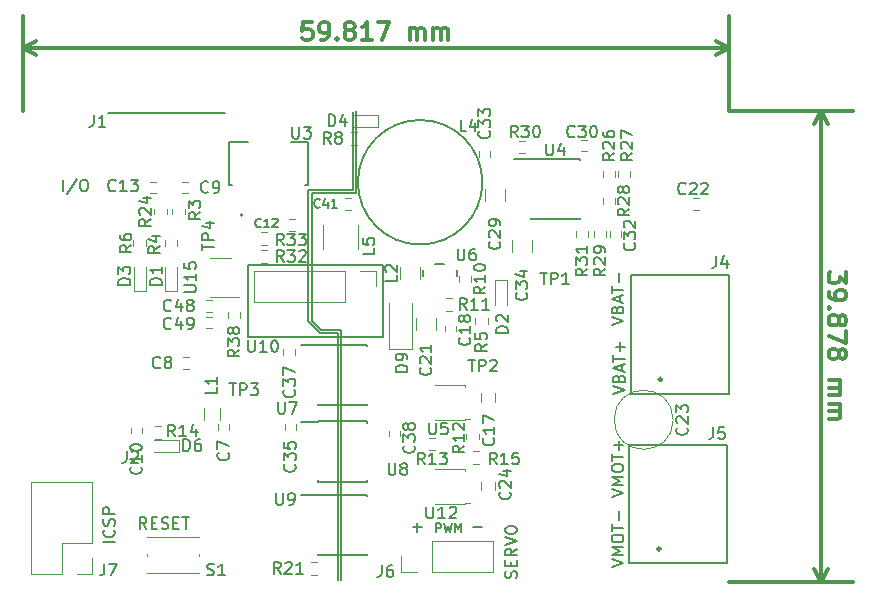
<source format=gto>
G04 #@! TF.FileFunction,Legend,Top*
%FSLAX46Y46*%
G04 Gerber Fmt 4.6, Leading zero omitted, Abs format (unit mm)*
G04 Created by KiCad (PCBNEW 4.0.7) date 03/18/19 10:08:06*
%MOMM*%
%LPD*%
G01*
G04 APERTURE LIST*
%ADD10C,0.100000*%
%ADD11C,0.200000*%
%ADD12C,0.300000*%
%ADD13C,0.150000*%
%ADD14C,0.120000*%
%ADD15C,0.070000*%
%ADD16C,0.127000*%
%ADD17C,0.280000*%
%ADD18C,0.152400*%
G04 APERTURE END LIST*
D10*
D11*
X89192100Y-51638200D02*
X89192100Y-45008800D01*
X89446100Y-51917600D02*
X89446100Y-44996100D01*
X85852000Y-51638200D02*
X89192100Y-51638200D01*
X86106000Y-51917600D02*
X89446100Y-51917600D01*
X85877400Y-51917600D02*
X86182200Y-51917600D01*
X86055200Y-51917600D02*
X85699600Y-51917600D01*
X85369400Y-51638200D02*
X85877400Y-51638200D01*
X85369400Y-62687200D02*
X85369400Y-51638200D01*
X85369400Y-62712600D02*
X85369400Y-62687200D01*
X86410800Y-63754000D02*
X85369400Y-62712600D01*
X85699600Y-62687200D02*
X85699600Y-62433200D01*
X85725000Y-62712600D02*
X85699600Y-62687200D01*
X86512400Y-63500000D02*
X85725000Y-62712600D01*
X86118700Y-51917600D02*
X86131400Y-51917600D01*
X85686900Y-62598300D02*
X85686900Y-51917600D01*
X86614000Y-63500000D02*
X86512400Y-63500000D01*
X87896700Y-63754000D02*
X86410800Y-63754000D01*
X88138000Y-83439000D02*
X88138000Y-84709000D01*
X87884000Y-83312000D02*
X87884000Y-84709000D01*
D12*
X85693930Y-37452571D02*
X84979644Y-37452571D01*
X84908215Y-38166857D01*
X84979644Y-38095429D01*
X85122501Y-38024000D01*
X85479644Y-38024000D01*
X85622501Y-38095429D01*
X85693930Y-38166857D01*
X85765358Y-38309714D01*
X85765358Y-38666857D01*
X85693930Y-38809714D01*
X85622501Y-38881143D01*
X85479644Y-38952571D01*
X85122501Y-38952571D01*
X84979644Y-38881143D01*
X84908215Y-38809714D01*
X86479643Y-38952571D02*
X86765358Y-38952571D01*
X86908215Y-38881143D01*
X86979643Y-38809714D01*
X87122501Y-38595429D01*
X87193929Y-38309714D01*
X87193929Y-37738286D01*
X87122501Y-37595429D01*
X87051072Y-37524000D01*
X86908215Y-37452571D01*
X86622501Y-37452571D01*
X86479643Y-37524000D01*
X86408215Y-37595429D01*
X86336786Y-37738286D01*
X86336786Y-38095429D01*
X86408215Y-38238286D01*
X86479643Y-38309714D01*
X86622501Y-38381143D01*
X86908215Y-38381143D01*
X87051072Y-38309714D01*
X87122501Y-38238286D01*
X87193929Y-38095429D01*
X87836786Y-38809714D02*
X87908214Y-38881143D01*
X87836786Y-38952571D01*
X87765357Y-38881143D01*
X87836786Y-38809714D01*
X87836786Y-38952571D01*
X88765358Y-38095429D02*
X88622500Y-38024000D01*
X88551072Y-37952571D01*
X88479643Y-37809714D01*
X88479643Y-37738286D01*
X88551072Y-37595429D01*
X88622500Y-37524000D01*
X88765358Y-37452571D01*
X89051072Y-37452571D01*
X89193929Y-37524000D01*
X89265358Y-37595429D01*
X89336786Y-37738286D01*
X89336786Y-37809714D01*
X89265358Y-37952571D01*
X89193929Y-38024000D01*
X89051072Y-38095429D01*
X88765358Y-38095429D01*
X88622500Y-38166857D01*
X88551072Y-38238286D01*
X88479643Y-38381143D01*
X88479643Y-38666857D01*
X88551072Y-38809714D01*
X88622500Y-38881143D01*
X88765358Y-38952571D01*
X89051072Y-38952571D01*
X89193929Y-38881143D01*
X89265358Y-38809714D01*
X89336786Y-38666857D01*
X89336786Y-38381143D01*
X89265358Y-38238286D01*
X89193929Y-38166857D01*
X89051072Y-38095429D01*
X90765357Y-38952571D02*
X89908214Y-38952571D01*
X90336786Y-38952571D02*
X90336786Y-37452571D01*
X90193929Y-37666857D01*
X90051071Y-37809714D01*
X89908214Y-37881143D01*
X91265357Y-37452571D02*
X92265357Y-37452571D01*
X91622500Y-38952571D01*
X93979642Y-38952571D02*
X93979642Y-37952571D01*
X93979642Y-38095429D02*
X94051070Y-38024000D01*
X94193928Y-37952571D01*
X94408213Y-37952571D01*
X94551070Y-38024000D01*
X94622499Y-38166857D01*
X94622499Y-38952571D01*
X94622499Y-38166857D02*
X94693928Y-38024000D01*
X94836785Y-37952571D01*
X95051070Y-37952571D01*
X95193928Y-38024000D01*
X95265356Y-38166857D01*
X95265356Y-38952571D01*
X95979642Y-38952571D02*
X95979642Y-37952571D01*
X95979642Y-38095429D02*
X96051070Y-38024000D01*
X96193928Y-37952571D01*
X96408213Y-37952571D01*
X96551070Y-38024000D01*
X96622499Y-38166857D01*
X96622499Y-38952571D01*
X96622499Y-38166857D02*
X96693928Y-38024000D01*
X96836785Y-37952571D01*
X97051070Y-37952571D01*
X97193928Y-38024000D01*
X97265356Y-38166857D01*
X97265356Y-38952571D01*
X121031000Y-39624000D02*
X61214000Y-39624000D01*
X121031000Y-44958000D02*
X121031000Y-36924000D01*
X61214000Y-44958000D02*
X61214000Y-36924000D01*
X61214000Y-39624000D02*
X62340504Y-39037579D01*
X61214000Y-39624000D02*
X62340504Y-40210421D01*
X121031000Y-39624000D02*
X119904496Y-39037579D01*
X121031000Y-39624000D02*
X119904496Y-40210421D01*
X130949429Y-58611287D02*
X130949429Y-59539858D01*
X130378000Y-59039858D01*
X130378000Y-59254144D01*
X130306571Y-59397001D01*
X130235143Y-59468430D01*
X130092286Y-59539858D01*
X129735143Y-59539858D01*
X129592286Y-59468430D01*
X129520857Y-59397001D01*
X129449429Y-59254144D01*
X129449429Y-58825572D01*
X129520857Y-58682715D01*
X129592286Y-58611287D01*
X129449429Y-60254143D02*
X129449429Y-60539858D01*
X129520857Y-60682715D01*
X129592286Y-60754143D01*
X129806571Y-60897001D01*
X130092286Y-60968429D01*
X130663714Y-60968429D01*
X130806571Y-60897001D01*
X130878000Y-60825572D01*
X130949429Y-60682715D01*
X130949429Y-60397001D01*
X130878000Y-60254143D01*
X130806571Y-60182715D01*
X130663714Y-60111286D01*
X130306571Y-60111286D01*
X130163714Y-60182715D01*
X130092286Y-60254143D01*
X130020857Y-60397001D01*
X130020857Y-60682715D01*
X130092286Y-60825572D01*
X130163714Y-60897001D01*
X130306571Y-60968429D01*
X129592286Y-61611286D02*
X129520857Y-61682714D01*
X129449429Y-61611286D01*
X129520857Y-61539857D01*
X129592286Y-61611286D01*
X129449429Y-61611286D01*
X130306571Y-62539858D02*
X130378000Y-62397000D01*
X130449429Y-62325572D01*
X130592286Y-62254143D01*
X130663714Y-62254143D01*
X130806571Y-62325572D01*
X130878000Y-62397000D01*
X130949429Y-62539858D01*
X130949429Y-62825572D01*
X130878000Y-62968429D01*
X130806571Y-63039858D01*
X130663714Y-63111286D01*
X130592286Y-63111286D01*
X130449429Y-63039858D01*
X130378000Y-62968429D01*
X130306571Y-62825572D01*
X130306571Y-62539858D01*
X130235143Y-62397000D01*
X130163714Y-62325572D01*
X130020857Y-62254143D01*
X129735143Y-62254143D01*
X129592286Y-62325572D01*
X129520857Y-62397000D01*
X129449429Y-62539858D01*
X129449429Y-62825572D01*
X129520857Y-62968429D01*
X129592286Y-63039858D01*
X129735143Y-63111286D01*
X130020857Y-63111286D01*
X130163714Y-63039858D01*
X130235143Y-62968429D01*
X130306571Y-62825572D01*
X130949429Y-63611286D02*
X130949429Y-64611286D01*
X129449429Y-63968429D01*
X130306571Y-65397000D02*
X130378000Y-65254142D01*
X130449429Y-65182714D01*
X130592286Y-65111285D01*
X130663714Y-65111285D01*
X130806571Y-65182714D01*
X130878000Y-65254142D01*
X130949429Y-65397000D01*
X130949429Y-65682714D01*
X130878000Y-65825571D01*
X130806571Y-65897000D01*
X130663714Y-65968428D01*
X130592286Y-65968428D01*
X130449429Y-65897000D01*
X130378000Y-65825571D01*
X130306571Y-65682714D01*
X130306571Y-65397000D01*
X130235143Y-65254142D01*
X130163714Y-65182714D01*
X130020857Y-65111285D01*
X129735143Y-65111285D01*
X129592286Y-65182714D01*
X129520857Y-65254142D01*
X129449429Y-65397000D01*
X129449429Y-65682714D01*
X129520857Y-65825571D01*
X129592286Y-65897000D01*
X129735143Y-65968428D01*
X130020857Y-65968428D01*
X130163714Y-65897000D01*
X130235143Y-65825571D01*
X130306571Y-65682714D01*
X129449429Y-67754142D02*
X130449429Y-67754142D01*
X130306571Y-67754142D02*
X130378000Y-67825570D01*
X130449429Y-67968428D01*
X130449429Y-68182713D01*
X130378000Y-68325570D01*
X130235143Y-68396999D01*
X129449429Y-68396999D01*
X130235143Y-68396999D02*
X130378000Y-68468428D01*
X130449429Y-68611285D01*
X130449429Y-68825570D01*
X130378000Y-68968428D01*
X130235143Y-69039856D01*
X129449429Y-69039856D01*
X129449429Y-69754142D02*
X130449429Y-69754142D01*
X130306571Y-69754142D02*
X130378000Y-69825570D01*
X130449429Y-69968428D01*
X130449429Y-70182713D01*
X130378000Y-70325570D01*
X130235143Y-70396999D01*
X129449429Y-70396999D01*
X130235143Y-70396999D02*
X130378000Y-70468428D01*
X130449429Y-70611285D01*
X130449429Y-70825570D01*
X130378000Y-70968428D01*
X130235143Y-71039856D01*
X129449429Y-71039856D01*
X128778000Y-44958000D02*
X128778000Y-84836000D01*
X121031000Y-44958000D02*
X131478000Y-44958000D01*
X121031000Y-84836000D02*
X131478000Y-84836000D01*
X128778000Y-84836000D02*
X128191579Y-83709496D01*
X128778000Y-84836000D02*
X129364421Y-83709496D01*
X128778000Y-44958000D02*
X128191579Y-46084504D01*
X128778000Y-44958000D02*
X129364421Y-46084504D01*
D11*
X88138000Y-82931000D02*
X88138000Y-83439000D01*
X87884000Y-82804000D02*
X87884000Y-83312000D01*
X88138000Y-82677000D02*
X88138000Y-82931000D01*
X87884000Y-63754000D02*
X87884000Y-82804000D01*
X85369400Y-59563000D02*
X85369400Y-51816000D01*
X88138000Y-63500000D02*
X86614000Y-63500000D01*
X88138000Y-64643000D02*
X88138000Y-63500000D01*
X88138000Y-82677000D02*
X88138000Y-64643000D01*
D13*
X96228428Y-80603286D02*
X96228428Y-79853286D01*
X96514143Y-79853286D01*
X96585571Y-79889000D01*
X96621286Y-79924714D01*
X96657000Y-79996143D01*
X96657000Y-80103286D01*
X96621286Y-80174714D01*
X96585571Y-80210429D01*
X96514143Y-80246143D01*
X96228428Y-80246143D01*
X96907000Y-79853286D02*
X97085571Y-80603286D01*
X97228428Y-80067571D01*
X97371286Y-80603286D01*
X97549857Y-79853286D01*
X97835571Y-80603286D02*
X97835571Y-79853286D01*
X98085571Y-80389000D01*
X98335571Y-79853286D01*
X98335571Y-80603286D01*
X100075952Y-80208429D02*
X99314047Y-80208429D01*
X94995952Y-80208429D02*
X94234047Y-80208429D01*
X94614999Y-80589381D02*
X94614999Y-79827476D01*
X111085381Y-77612571D02*
X112085381Y-77279238D01*
X111085381Y-76945904D01*
X112085381Y-76612571D02*
X111085381Y-76612571D01*
X111799667Y-76279237D01*
X111085381Y-75945904D01*
X112085381Y-75945904D01*
X111085381Y-75279238D02*
X111085381Y-75088761D01*
X111133000Y-74993523D01*
X111228238Y-74898285D01*
X111418714Y-74850666D01*
X111752048Y-74850666D01*
X111942524Y-74898285D01*
X112037762Y-74993523D01*
X112085381Y-75088761D01*
X112085381Y-75279238D01*
X112037762Y-75374476D01*
X111942524Y-75469714D01*
X111752048Y-75517333D01*
X111418714Y-75517333D01*
X111228238Y-75469714D01*
X111133000Y-75374476D01*
X111085381Y-75279238D01*
X111085381Y-74564952D02*
X111085381Y-73993523D01*
X112085381Y-74279238D02*
X111085381Y-74279238D01*
X111704429Y-73660190D02*
X111704429Y-72898285D01*
X112085381Y-73279237D02*
X111323476Y-73279237D01*
X111085381Y-83581571D02*
X112085381Y-83248238D01*
X111085381Y-82914904D01*
X112085381Y-82581571D02*
X111085381Y-82581571D01*
X111799667Y-82248237D01*
X111085381Y-81914904D01*
X112085381Y-81914904D01*
X111085381Y-81248238D02*
X111085381Y-81057761D01*
X111133000Y-80962523D01*
X111228238Y-80867285D01*
X111418714Y-80819666D01*
X111752048Y-80819666D01*
X111942524Y-80867285D01*
X112037762Y-80962523D01*
X112085381Y-81057761D01*
X112085381Y-81248238D01*
X112037762Y-81343476D01*
X111942524Y-81438714D01*
X111752048Y-81486333D01*
X111418714Y-81486333D01*
X111228238Y-81438714D01*
X111133000Y-81343476D01*
X111085381Y-81248238D01*
X111085381Y-80533952D02*
X111085381Y-79962523D01*
X112085381Y-80248238D02*
X111085381Y-80248238D01*
X111704429Y-79629190D02*
X111704429Y-78867285D01*
X111085381Y-63094905D02*
X112085381Y-62761572D01*
X111085381Y-62428238D01*
X111561571Y-61761571D02*
X111609190Y-61618714D01*
X111656810Y-61571095D01*
X111752048Y-61523476D01*
X111894905Y-61523476D01*
X111990143Y-61571095D01*
X112037762Y-61618714D01*
X112085381Y-61713952D01*
X112085381Y-62094905D01*
X111085381Y-62094905D01*
X111085381Y-61761571D01*
X111133000Y-61666333D01*
X111180619Y-61618714D01*
X111275857Y-61571095D01*
X111371095Y-61571095D01*
X111466333Y-61618714D01*
X111513952Y-61666333D01*
X111561571Y-61761571D01*
X111561571Y-62094905D01*
X111799667Y-61142524D02*
X111799667Y-60666333D01*
X112085381Y-61237762D02*
X111085381Y-60904429D01*
X112085381Y-60571095D01*
X111085381Y-60380619D02*
X111085381Y-59809190D01*
X112085381Y-60094905D02*
X111085381Y-60094905D01*
X111704429Y-59475857D02*
X111704429Y-58713952D01*
X111212381Y-68936905D02*
X112212381Y-68603572D01*
X111212381Y-68270238D01*
X111688571Y-67603571D02*
X111736190Y-67460714D01*
X111783810Y-67413095D01*
X111879048Y-67365476D01*
X112021905Y-67365476D01*
X112117143Y-67413095D01*
X112164762Y-67460714D01*
X112212381Y-67555952D01*
X112212381Y-67936905D01*
X111212381Y-67936905D01*
X111212381Y-67603571D01*
X111260000Y-67508333D01*
X111307619Y-67460714D01*
X111402857Y-67413095D01*
X111498095Y-67413095D01*
X111593333Y-67460714D01*
X111640952Y-67508333D01*
X111688571Y-67603571D01*
X111688571Y-67936905D01*
X111926667Y-66984524D02*
X111926667Y-66508333D01*
X112212381Y-67079762D02*
X111212381Y-66746429D01*
X112212381Y-66413095D01*
X111212381Y-66222619D02*
X111212381Y-65651190D01*
X112212381Y-65936905D02*
X111212381Y-65936905D01*
X111831429Y-65317857D02*
X111831429Y-64555952D01*
X112212381Y-64936904D02*
X111450476Y-64936904D01*
D14*
X78727400Y-71954200D02*
X78727400Y-71454200D01*
X77787400Y-71454200D02*
X77787400Y-71954200D01*
X75180000Y-50965000D02*
X74680000Y-50965000D01*
X74680000Y-51905000D02*
X75180000Y-51905000D01*
X71336000Y-72259000D02*
X71336000Y-71759000D01*
X70396000Y-71759000D02*
X70396000Y-72259000D01*
X83760500Y-55080000D02*
X84260500Y-55080000D01*
X84260500Y-54140000D02*
X83760500Y-54140000D01*
X72013000Y-51905000D02*
X72513000Y-51905000D01*
X72513000Y-50965000D02*
X72013000Y-50965000D01*
X101184000Y-68865000D02*
X101184000Y-69565000D01*
X99984000Y-69565000D02*
X99984000Y-68865000D01*
X96939000Y-63123000D02*
X96939000Y-63623000D01*
X97879000Y-63623000D02*
X97879000Y-63123000D01*
D15*
X116292000Y-71104000D02*
G75*
G03X116292000Y-71104000I-2500000J0D01*
G01*
D14*
X101184000Y-76358000D02*
X101184000Y-77058000D01*
X99984000Y-77058000D02*
X99984000Y-76358000D01*
X111849000Y-55622000D02*
X111849000Y-55122000D01*
X110909000Y-55122000D02*
X110909000Y-55622000D01*
X99885400Y-48314800D02*
X99885400Y-48814800D01*
X100825400Y-48814800D02*
X100825400Y-48314800D01*
X84353500Y-71941500D02*
X84353500Y-71441500D01*
X83413500Y-71441500D02*
X83413500Y-71941500D01*
X83299200Y-65129600D02*
X83299200Y-65629600D01*
X84239200Y-65629600D02*
X84239200Y-65129600D01*
X92240000Y-72013000D02*
X92240000Y-72513000D01*
X93180000Y-72513000D02*
X93180000Y-72013000D01*
X89023000Y-52362000D02*
X88523000Y-52362000D01*
X88523000Y-53302000D02*
X89023000Y-53302000D01*
X73287000Y-60228000D02*
X74287000Y-60228000D01*
X74287000Y-60228000D02*
X74287000Y-58128000D01*
X73287000Y-60228000D02*
X73287000Y-58128000D01*
X102227000Y-59279000D02*
X101227000Y-59279000D01*
X101227000Y-59279000D02*
X101227000Y-61379000D01*
X102227000Y-59279000D02*
X102227000Y-61379000D01*
X70620000Y-60228000D02*
X71620000Y-60228000D01*
X71620000Y-60228000D02*
X71620000Y-58128000D01*
X70620000Y-60228000D02*
X70620000Y-58128000D01*
X91317600Y-46321600D02*
X91317600Y-45321600D01*
X91317600Y-45321600D02*
X89217600Y-45321600D01*
X91317600Y-46321600D02*
X89217600Y-46321600D01*
X74452000Y-73855200D02*
X74452000Y-72855200D01*
X74452000Y-72855200D02*
X72352000Y-72855200D01*
X74452000Y-73855200D02*
X72352000Y-73855200D01*
X92218000Y-65115000D02*
X94218000Y-65115000D01*
X94218000Y-65115000D02*
X94218000Y-61215000D01*
X92218000Y-65115000D02*
X92218000Y-61215000D01*
D13*
X68402200Y-45123100D02*
X78308200Y-45123100D01*
D16*
X112713000Y-68881000D02*
X112713000Y-58881000D01*
X112713000Y-58881000D02*
X121013000Y-58881000D01*
X121013000Y-58881000D02*
X121013000Y-68881000D01*
X121013000Y-68881000D02*
X112713000Y-68881000D01*
D17*
X115353000Y-67681000D02*
G75*
G03X115353000Y-67681000I-140000J0D01*
G01*
D16*
X112586000Y-83232000D02*
X112586000Y-73232000D01*
X112586000Y-73232000D02*
X120886000Y-73232000D01*
X120886000Y-73232000D02*
X120886000Y-83232000D01*
X120886000Y-83232000D02*
X112586000Y-83232000D01*
D17*
X115226000Y-82032000D02*
G75*
G03X115226000Y-82032000I-140000J0D01*
G01*
D14*
X101025000Y-84007000D02*
X101025000Y-81347000D01*
X95885000Y-84007000D02*
X101025000Y-84007000D01*
X95885000Y-81347000D02*
X101025000Y-81347000D01*
X95885000Y-84007000D02*
X95885000Y-81347000D01*
X94615000Y-84007000D02*
X93285000Y-84007000D01*
X93285000Y-84007000D02*
X93285000Y-82677000D01*
X67116000Y-76394000D02*
X61916000Y-76394000D01*
X67116000Y-81534000D02*
X67116000Y-76394000D01*
X61916000Y-84134000D02*
X61916000Y-76394000D01*
X67116000Y-81534000D02*
X64516000Y-81534000D01*
X64516000Y-81534000D02*
X64516000Y-84134000D01*
X64516000Y-84134000D02*
X61916000Y-84134000D01*
X67116000Y-82804000D02*
X67116000Y-84134000D01*
X67116000Y-84134000D02*
X65786000Y-84134000D01*
X77896000Y-70112000D02*
X77896000Y-71112000D01*
X76536000Y-71112000D02*
X76536000Y-70112000D01*
X94830000Y-59174000D02*
X94830000Y-58174000D01*
X93130000Y-58174000D02*
X93130000Y-59174000D01*
D13*
X100141229Y-50990000D02*
G75*
G03X100141229Y-50990000I-5272229J0D01*
G01*
D14*
X86658000Y-56626000D02*
X86658000Y-54626000D01*
X89618000Y-54626000D02*
X89618000Y-56626000D01*
X74317000Y-56384000D02*
X74317000Y-55884000D01*
X73257000Y-55884000D02*
X73257000Y-56384000D01*
X99546000Y-62488000D02*
X99546000Y-62988000D01*
X100606000Y-62988000D02*
X100606000Y-62488000D01*
X71650000Y-56384000D02*
X71650000Y-55884000D01*
X70590000Y-55884000D02*
X70590000Y-56384000D01*
X89031000Y-47799400D02*
X89531000Y-47799400D01*
X89531000Y-46739400D02*
X89031000Y-46739400D01*
X99209000Y-59432000D02*
X99209000Y-58932000D01*
X98149000Y-58932000D02*
X98149000Y-59432000D01*
X97032000Y-61871000D02*
X97532000Y-61871000D01*
X97532000Y-60811000D02*
X97032000Y-60811000D01*
X98784000Y-72267000D02*
X98784000Y-72767000D01*
X99844000Y-72767000D02*
X99844000Y-72267000D01*
X95635000Y-73682000D02*
X96135000Y-73682000D01*
X96135000Y-72622000D02*
X95635000Y-72622000D01*
X72419400Y-72691400D02*
X72919400Y-72691400D01*
X72919400Y-71631400D02*
X72419400Y-71631400D01*
X99818000Y-73765000D02*
X99318000Y-73765000D01*
X99318000Y-74825000D02*
X99818000Y-74825000D01*
X85602000Y-84223000D02*
X86102000Y-84223000D01*
X86102000Y-83163000D02*
X85602000Y-83163000D01*
D16*
X78682000Y-51263000D02*
X78682000Y-47543000D01*
X85402000Y-51263000D02*
X85402000Y-47543000D01*
X78682000Y-51263000D02*
X78942000Y-51263000D01*
X85152000Y-51263000D02*
X85402000Y-51263000D01*
X85402000Y-47543000D02*
X83912000Y-47543000D01*
X80282000Y-47543000D02*
X78682000Y-47543000D01*
D11*
X79852000Y-53776000D02*
G75*
G03X79852000Y-53776000I-100000J0D01*
G01*
D13*
X104224000Y-48987000D02*
X104224000Y-49037000D01*
X108374000Y-48987000D02*
X108374000Y-49132000D01*
X108374000Y-54137000D02*
X108374000Y-53992000D01*
X104224000Y-54137000D02*
X104224000Y-53992000D01*
X104224000Y-48987000D02*
X108374000Y-48987000D01*
X104224000Y-54137000D02*
X108374000Y-54137000D01*
X104224000Y-49037000D02*
X102824000Y-49037000D01*
D18*
X97967800Y-58953400D02*
X97967800Y-58394600D01*
X96875600Y-57886600D02*
X96164400Y-57886600D01*
X95072200Y-58394600D02*
X95072200Y-58953400D01*
D13*
X86190000Y-64735000D02*
X86190000Y-64785000D01*
X90340000Y-64735000D02*
X90340000Y-64880000D01*
X90340000Y-69885000D02*
X90340000Y-69740000D01*
X86190000Y-69885000D02*
X86190000Y-69740000D01*
X86190000Y-64735000D02*
X90340000Y-64735000D01*
X86190000Y-69885000D02*
X90340000Y-69885000D01*
X86190000Y-64785000D02*
X84790000Y-64785000D01*
X86190000Y-71212000D02*
X86190000Y-71262000D01*
X90340000Y-71212000D02*
X90340000Y-71357000D01*
X90340000Y-76362000D02*
X90340000Y-76217000D01*
X86190000Y-76362000D02*
X86190000Y-76217000D01*
X86190000Y-71212000D02*
X90340000Y-71212000D01*
X86190000Y-76362000D02*
X90340000Y-76362000D01*
X86190000Y-71262000D02*
X84790000Y-71262000D01*
X86190000Y-77435000D02*
X86190000Y-77485000D01*
X90340000Y-77435000D02*
X90340000Y-77580000D01*
X90340000Y-82585000D02*
X90340000Y-82440000D01*
X86190000Y-82585000D02*
X86190000Y-82440000D01*
X86190000Y-77435000D02*
X90340000Y-77435000D01*
X86190000Y-82585000D02*
X90340000Y-82585000D01*
X86190000Y-77485000D02*
X84790000Y-77485000D01*
X91694000Y-58039000D02*
X80264000Y-58039000D01*
X80264000Y-64135000D02*
X91694000Y-64135000D01*
X80269000Y-64135000D02*
X80269000Y-58039000D01*
X91689000Y-64135000D02*
X91689000Y-58039000D01*
D14*
X80839000Y-58487000D02*
X80839000Y-61147000D01*
X88519000Y-58487000D02*
X80839000Y-58487000D01*
X88519000Y-61147000D02*
X80839000Y-61147000D01*
X88519000Y-58487000D02*
X88519000Y-61147000D01*
X89789000Y-58487000D02*
X91119000Y-58487000D01*
X91119000Y-58487000D02*
X91119000Y-59817000D01*
X77212000Y-60998000D02*
X76712000Y-60998000D01*
X76712000Y-61938000D02*
X77212000Y-61938000D01*
X76712000Y-63335000D02*
X77212000Y-63335000D01*
X77212000Y-62395000D02*
X76712000Y-62395000D01*
X78591000Y-61980000D02*
X78591000Y-62480000D01*
X79651000Y-62480000D02*
X79651000Y-61980000D01*
X78878000Y-57445000D02*
X77078000Y-57445000D01*
X77078000Y-60665000D02*
X79528000Y-60665000D01*
X74807000Y-66764000D02*
X75307000Y-66764000D01*
X75307000Y-65824000D02*
X74807000Y-65824000D01*
X94527000Y-62492000D02*
X94527000Y-63492000D01*
X96227000Y-63492000D02*
X96227000Y-62492000D01*
X108462000Y-48349000D02*
X108962000Y-48349000D01*
X108962000Y-47409000D02*
X108462000Y-47409000D01*
X71714000Y-82500000D02*
X71714000Y-82600000D01*
X76114000Y-81000000D02*
X71714000Y-81000000D01*
X71714000Y-84100000D02*
X76114000Y-84100000D01*
X76114000Y-82500000D02*
X76114000Y-82600000D01*
X73892000Y-53217000D02*
X73892000Y-53717000D01*
X74952000Y-53717000D02*
X74952000Y-53217000D01*
X72368000Y-53217000D02*
X72368000Y-53717000D01*
X73428000Y-53717000D02*
X73428000Y-53217000D01*
X110341000Y-50042000D02*
X110341000Y-50542000D01*
X111401000Y-50542000D02*
X111401000Y-50042000D01*
X112671000Y-50542000D02*
X112671000Y-50042000D01*
X111611000Y-50042000D02*
X111611000Y-50542000D01*
X111401000Y-52828000D02*
X111401000Y-52328000D01*
X110341000Y-52328000D02*
X110341000Y-52828000D01*
X110639000Y-55622000D02*
X110639000Y-55122000D01*
X109579000Y-55122000D02*
X109579000Y-55622000D01*
X103755000Y-47476000D02*
X103255000Y-47476000D01*
X103255000Y-48536000D02*
X103755000Y-48536000D01*
X108055000Y-55122000D02*
X108055000Y-55622000D01*
X109115000Y-55622000D02*
X109115000Y-55122000D01*
X81411000Y-57807000D02*
X81911000Y-57807000D01*
X81911000Y-56747000D02*
X81411000Y-56747000D01*
X81911000Y-55223000D02*
X81411000Y-55223000D01*
X81411000Y-56283000D02*
X81911000Y-56283000D01*
X102069000Y-52570000D02*
X102069000Y-51570000D01*
X100369000Y-51570000D02*
X100369000Y-52570000D01*
X102655000Y-55888000D02*
X102655000Y-56888000D01*
X104355000Y-56888000D02*
X104355000Y-55888000D01*
X98709000Y-75254000D02*
X98709000Y-75454000D01*
X98709000Y-78112800D02*
X99109000Y-78112800D01*
X98709000Y-78212800D02*
X98709000Y-78112800D01*
X96109000Y-78212800D02*
X98709000Y-78212800D01*
X98709000Y-75254000D02*
X96109000Y-75254000D01*
X98709000Y-68142000D02*
X98709000Y-68342000D01*
X98709000Y-71000800D02*
X99109000Y-71000800D01*
X98709000Y-71100800D02*
X98709000Y-71000800D01*
X96109000Y-71100800D02*
X98709000Y-71100800D01*
X98709000Y-68142000D02*
X96109000Y-68142000D01*
X117987000Y-53302000D02*
X118487000Y-53302000D01*
X118487000Y-52362000D02*
X117987000Y-52362000D01*
D13*
X78614543Y-73902866D02*
X78662162Y-73950485D01*
X78709781Y-74093342D01*
X78709781Y-74188580D01*
X78662162Y-74331438D01*
X78566924Y-74426676D01*
X78471686Y-74474295D01*
X78281210Y-74521914D01*
X78138352Y-74521914D01*
X77947876Y-74474295D01*
X77852638Y-74426676D01*
X77757400Y-74331438D01*
X77709781Y-74188580D01*
X77709781Y-74093342D01*
X77757400Y-73950485D01*
X77805019Y-73902866D01*
X77709781Y-73569533D02*
X77709781Y-72902866D01*
X78709781Y-73331438D01*
X76922334Y-51792143D02*
X76874715Y-51839762D01*
X76731858Y-51887381D01*
X76636620Y-51887381D01*
X76493762Y-51839762D01*
X76398524Y-51744524D01*
X76350905Y-51649286D01*
X76303286Y-51458810D01*
X76303286Y-51315952D01*
X76350905Y-51125476D01*
X76398524Y-51030238D01*
X76493762Y-50935000D01*
X76636620Y-50887381D01*
X76731858Y-50887381D01*
X76874715Y-50935000D01*
X76922334Y-50982619D01*
X77398524Y-51887381D02*
X77589000Y-51887381D01*
X77684239Y-51839762D01*
X77731858Y-51792143D01*
X77827096Y-51649286D01*
X77874715Y-51458810D01*
X77874715Y-51077857D01*
X77827096Y-50982619D01*
X77779477Y-50935000D01*
X77684239Y-50887381D01*
X77493762Y-50887381D01*
X77398524Y-50935000D01*
X77350905Y-50982619D01*
X77303286Y-51077857D01*
X77303286Y-51315952D01*
X77350905Y-51411190D01*
X77398524Y-51458810D01*
X77493762Y-51506429D01*
X77684239Y-51506429D01*
X77779477Y-51458810D01*
X77827096Y-51411190D01*
X77874715Y-51315952D01*
X71223143Y-75064857D02*
X71270762Y-75112476D01*
X71318381Y-75255333D01*
X71318381Y-75350571D01*
X71270762Y-75493429D01*
X71175524Y-75588667D01*
X71080286Y-75636286D01*
X70889810Y-75683905D01*
X70746952Y-75683905D01*
X70556476Y-75636286D01*
X70461238Y-75588667D01*
X70366000Y-75493429D01*
X70318381Y-75350571D01*
X70318381Y-75255333D01*
X70366000Y-75112476D01*
X70413619Y-75064857D01*
X71318381Y-74112476D02*
X71318381Y-74683905D01*
X71318381Y-74398191D02*
X70318381Y-74398191D01*
X70461238Y-74493429D01*
X70556476Y-74588667D01*
X70604095Y-74683905D01*
X70318381Y-73493429D02*
X70318381Y-73398190D01*
X70366000Y-73302952D01*
X70413619Y-73255333D01*
X70508857Y-73207714D01*
X70699333Y-73160095D01*
X70937429Y-73160095D01*
X71127905Y-73207714D01*
X71223143Y-73255333D01*
X71270762Y-73302952D01*
X71318381Y-73398190D01*
X71318381Y-73493429D01*
X71270762Y-73588667D01*
X71223143Y-73636286D01*
X71127905Y-73683905D01*
X70937429Y-73731524D01*
X70699333Y-73731524D01*
X70508857Y-73683905D01*
X70413619Y-73636286D01*
X70366000Y-73588667D01*
X70318381Y-73493429D01*
X81369357Y-54750857D02*
X81333643Y-54786571D01*
X81226500Y-54822286D01*
X81155071Y-54822286D01*
X81047928Y-54786571D01*
X80976500Y-54715143D01*
X80940785Y-54643714D01*
X80905071Y-54500857D01*
X80905071Y-54393714D01*
X80940785Y-54250857D01*
X80976500Y-54179429D01*
X81047928Y-54108000D01*
X81155071Y-54072286D01*
X81226500Y-54072286D01*
X81333643Y-54108000D01*
X81369357Y-54143714D01*
X82083643Y-54822286D02*
X81655071Y-54822286D01*
X81869357Y-54822286D02*
X81869357Y-54072286D01*
X81797928Y-54179429D01*
X81726500Y-54250857D01*
X81655071Y-54286571D01*
X82369357Y-54143714D02*
X82405071Y-54108000D01*
X82476500Y-54072286D01*
X82655071Y-54072286D01*
X82726500Y-54108000D01*
X82762214Y-54143714D01*
X82797929Y-54215143D01*
X82797929Y-54286571D01*
X82762214Y-54393714D01*
X82333643Y-54822286D01*
X82797929Y-54822286D01*
X69080143Y-51665143D02*
X69032524Y-51712762D01*
X68889667Y-51760381D01*
X68794429Y-51760381D01*
X68651571Y-51712762D01*
X68556333Y-51617524D01*
X68508714Y-51522286D01*
X68461095Y-51331810D01*
X68461095Y-51188952D01*
X68508714Y-50998476D01*
X68556333Y-50903238D01*
X68651571Y-50808000D01*
X68794429Y-50760381D01*
X68889667Y-50760381D01*
X69032524Y-50808000D01*
X69080143Y-50855619D01*
X70032524Y-51760381D02*
X69461095Y-51760381D01*
X69746809Y-51760381D02*
X69746809Y-50760381D01*
X69651571Y-50903238D01*
X69556333Y-50998476D01*
X69461095Y-51046095D01*
X70365857Y-50760381D02*
X70984905Y-50760381D01*
X70651571Y-51141333D01*
X70794429Y-51141333D01*
X70889667Y-51188952D01*
X70937286Y-51236571D01*
X70984905Y-51331810D01*
X70984905Y-51569905D01*
X70937286Y-51665143D01*
X70889667Y-51712762D01*
X70794429Y-51760381D01*
X70508714Y-51760381D01*
X70413476Y-51712762D01*
X70365857Y-51665143D01*
X101068143Y-72651857D02*
X101115762Y-72699476D01*
X101163381Y-72842333D01*
X101163381Y-72937571D01*
X101115762Y-73080429D01*
X101020524Y-73175667D01*
X100925286Y-73223286D01*
X100734810Y-73270905D01*
X100591952Y-73270905D01*
X100401476Y-73223286D01*
X100306238Y-73175667D01*
X100211000Y-73080429D01*
X100163381Y-72937571D01*
X100163381Y-72842333D01*
X100211000Y-72699476D01*
X100258619Y-72651857D01*
X101163381Y-71699476D02*
X101163381Y-72270905D01*
X101163381Y-71985191D02*
X100163381Y-71985191D01*
X100306238Y-72080429D01*
X100401476Y-72175667D01*
X100449095Y-72270905D01*
X100163381Y-71366143D02*
X100163381Y-70699476D01*
X101163381Y-71128048D01*
X99036143Y-64142857D02*
X99083762Y-64190476D01*
X99131381Y-64333333D01*
X99131381Y-64428571D01*
X99083762Y-64571429D01*
X98988524Y-64666667D01*
X98893286Y-64714286D01*
X98702810Y-64761905D01*
X98559952Y-64761905D01*
X98369476Y-64714286D01*
X98274238Y-64666667D01*
X98179000Y-64571429D01*
X98131381Y-64428571D01*
X98131381Y-64333333D01*
X98179000Y-64190476D01*
X98226619Y-64142857D01*
X99131381Y-63190476D02*
X99131381Y-63761905D01*
X99131381Y-63476191D02*
X98131381Y-63476191D01*
X98274238Y-63571429D01*
X98369476Y-63666667D01*
X98417095Y-63761905D01*
X98559952Y-62619048D02*
X98512333Y-62714286D01*
X98464714Y-62761905D01*
X98369476Y-62809524D01*
X98321857Y-62809524D01*
X98226619Y-62761905D01*
X98179000Y-62714286D01*
X98131381Y-62619048D01*
X98131381Y-62428571D01*
X98179000Y-62333333D01*
X98226619Y-62285714D01*
X98321857Y-62238095D01*
X98369476Y-62238095D01*
X98464714Y-62285714D01*
X98512333Y-62333333D01*
X98559952Y-62428571D01*
X98559952Y-62619048D01*
X98607571Y-62714286D01*
X98655190Y-62761905D01*
X98750429Y-62809524D01*
X98940905Y-62809524D01*
X99036143Y-62761905D01*
X99083762Y-62714286D01*
X99131381Y-62619048D01*
X99131381Y-62428571D01*
X99083762Y-62333333D01*
X99036143Y-62285714D01*
X98940905Y-62238095D01*
X98750429Y-62238095D01*
X98655190Y-62285714D01*
X98607571Y-62333333D01*
X98559952Y-62428571D01*
X117451143Y-71762857D02*
X117498762Y-71810476D01*
X117546381Y-71953333D01*
X117546381Y-72048571D01*
X117498762Y-72191429D01*
X117403524Y-72286667D01*
X117308286Y-72334286D01*
X117117810Y-72381905D01*
X116974952Y-72381905D01*
X116784476Y-72334286D01*
X116689238Y-72286667D01*
X116594000Y-72191429D01*
X116546381Y-72048571D01*
X116546381Y-71953333D01*
X116594000Y-71810476D01*
X116641619Y-71762857D01*
X116641619Y-71381905D02*
X116594000Y-71334286D01*
X116546381Y-71239048D01*
X116546381Y-71000952D01*
X116594000Y-70905714D01*
X116641619Y-70858095D01*
X116736857Y-70810476D01*
X116832095Y-70810476D01*
X116974952Y-70858095D01*
X117546381Y-71429524D01*
X117546381Y-70810476D01*
X116546381Y-70477143D02*
X116546381Y-69858095D01*
X116927333Y-70191429D01*
X116927333Y-70048571D01*
X116974952Y-69953333D01*
X117022571Y-69905714D01*
X117117810Y-69858095D01*
X117355905Y-69858095D01*
X117451143Y-69905714D01*
X117498762Y-69953333D01*
X117546381Y-70048571D01*
X117546381Y-70334286D01*
X117498762Y-70429524D01*
X117451143Y-70477143D01*
X102465143Y-77223857D02*
X102512762Y-77271476D01*
X102560381Y-77414333D01*
X102560381Y-77509571D01*
X102512762Y-77652429D01*
X102417524Y-77747667D01*
X102322286Y-77795286D01*
X102131810Y-77842905D01*
X101988952Y-77842905D01*
X101798476Y-77795286D01*
X101703238Y-77747667D01*
X101608000Y-77652429D01*
X101560381Y-77509571D01*
X101560381Y-77414333D01*
X101608000Y-77271476D01*
X101655619Y-77223857D01*
X101655619Y-76842905D02*
X101608000Y-76795286D01*
X101560381Y-76700048D01*
X101560381Y-76461952D01*
X101608000Y-76366714D01*
X101655619Y-76319095D01*
X101750857Y-76271476D01*
X101846095Y-76271476D01*
X101988952Y-76319095D01*
X102560381Y-76890524D01*
X102560381Y-76271476D01*
X101893714Y-75414333D02*
X102560381Y-75414333D01*
X101512762Y-75652429D02*
X102227048Y-75890524D01*
X102227048Y-75271476D01*
X113006143Y-56141857D02*
X113053762Y-56189476D01*
X113101381Y-56332333D01*
X113101381Y-56427571D01*
X113053762Y-56570429D01*
X112958524Y-56665667D01*
X112863286Y-56713286D01*
X112672810Y-56760905D01*
X112529952Y-56760905D01*
X112339476Y-56713286D01*
X112244238Y-56665667D01*
X112149000Y-56570429D01*
X112101381Y-56427571D01*
X112101381Y-56332333D01*
X112149000Y-56189476D01*
X112196619Y-56141857D01*
X112101381Y-55808524D02*
X112101381Y-55189476D01*
X112482333Y-55522810D01*
X112482333Y-55379952D01*
X112529952Y-55284714D01*
X112577571Y-55237095D01*
X112672810Y-55189476D01*
X112910905Y-55189476D01*
X113006143Y-55237095D01*
X113053762Y-55284714D01*
X113101381Y-55379952D01*
X113101381Y-55665667D01*
X113053762Y-55760905D01*
X113006143Y-55808524D01*
X112196619Y-54808524D02*
X112149000Y-54760905D01*
X112101381Y-54665667D01*
X112101381Y-54427571D01*
X112149000Y-54332333D01*
X112196619Y-54284714D01*
X112291857Y-54237095D01*
X112387095Y-54237095D01*
X112529952Y-54284714D01*
X113101381Y-54856143D01*
X113101381Y-54237095D01*
X100712543Y-46667657D02*
X100760162Y-46715276D01*
X100807781Y-46858133D01*
X100807781Y-46953371D01*
X100760162Y-47096229D01*
X100664924Y-47191467D01*
X100569686Y-47239086D01*
X100379210Y-47286705D01*
X100236352Y-47286705D01*
X100045876Y-47239086D01*
X99950638Y-47191467D01*
X99855400Y-47096229D01*
X99807781Y-46953371D01*
X99807781Y-46858133D01*
X99855400Y-46715276D01*
X99903019Y-46667657D01*
X99807781Y-46334324D02*
X99807781Y-45715276D01*
X100188733Y-46048610D01*
X100188733Y-45905752D01*
X100236352Y-45810514D01*
X100283971Y-45762895D01*
X100379210Y-45715276D01*
X100617305Y-45715276D01*
X100712543Y-45762895D01*
X100760162Y-45810514D01*
X100807781Y-45905752D01*
X100807781Y-46191467D01*
X100760162Y-46286705D01*
X100712543Y-46334324D01*
X99807781Y-45381943D02*
X99807781Y-44762895D01*
X100188733Y-45096229D01*
X100188733Y-44953371D01*
X100236352Y-44858133D01*
X100283971Y-44810514D01*
X100379210Y-44762895D01*
X100617305Y-44762895D01*
X100712543Y-44810514D01*
X100760162Y-44858133D01*
X100807781Y-44953371D01*
X100807781Y-45239086D01*
X100760162Y-45334324D01*
X100712543Y-45381943D01*
X84240643Y-74874357D02*
X84288262Y-74921976D01*
X84335881Y-75064833D01*
X84335881Y-75160071D01*
X84288262Y-75302929D01*
X84193024Y-75398167D01*
X84097786Y-75445786D01*
X83907310Y-75493405D01*
X83764452Y-75493405D01*
X83573976Y-75445786D01*
X83478738Y-75398167D01*
X83383500Y-75302929D01*
X83335881Y-75160071D01*
X83335881Y-75064833D01*
X83383500Y-74921976D01*
X83431119Y-74874357D01*
X83335881Y-74541024D02*
X83335881Y-73921976D01*
X83716833Y-74255310D01*
X83716833Y-74112452D01*
X83764452Y-74017214D01*
X83812071Y-73969595D01*
X83907310Y-73921976D01*
X84145405Y-73921976D01*
X84240643Y-73969595D01*
X84288262Y-74017214D01*
X84335881Y-74112452D01*
X84335881Y-74398167D01*
X84288262Y-74493405D01*
X84240643Y-74541024D01*
X83335881Y-73017214D02*
X83335881Y-73493405D01*
X83812071Y-73541024D01*
X83764452Y-73493405D01*
X83716833Y-73398167D01*
X83716833Y-73160071D01*
X83764452Y-73064833D01*
X83812071Y-73017214D01*
X83907310Y-72969595D01*
X84145405Y-72969595D01*
X84240643Y-73017214D01*
X84288262Y-73064833D01*
X84335881Y-73160071D01*
X84335881Y-73398167D01*
X84288262Y-73493405D01*
X84240643Y-73541024D01*
X84189843Y-68562457D02*
X84237462Y-68610076D01*
X84285081Y-68752933D01*
X84285081Y-68848171D01*
X84237462Y-68991029D01*
X84142224Y-69086267D01*
X84046986Y-69133886D01*
X83856510Y-69181505D01*
X83713652Y-69181505D01*
X83523176Y-69133886D01*
X83427938Y-69086267D01*
X83332700Y-68991029D01*
X83285081Y-68848171D01*
X83285081Y-68752933D01*
X83332700Y-68610076D01*
X83380319Y-68562457D01*
X83285081Y-68229124D02*
X83285081Y-67610076D01*
X83666033Y-67943410D01*
X83666033Y-67800552D01*
X83713652Y-67705314D01*
X83761271Y-67657695D01*
X83856510Y-67610076D01*
X84094605Y-67610076D01*
X84189843Y-67657695D01*
X84237462Y-67705314D01*
X84285081Y-67800552D01*
X84285081Y-68086267D01*
X84237462Y-68181505D01*
X84189843Y-68229124D01*
X83285081Y-67276743D02*
X83285081Y-66610076D01*
X84285081Y-67038648D01*
X94337143Y-73286857D02*
X94384762Y-73334476D01*
X94432381Y-73477333D01*
X94432381Y-73572571D01*
X94384762Y-73715429D01*
X94289524Y-73810667D01*
X94194286Y-73858286D01*
X94003810Y-73905905D01*
X93860952Y-73905905D01*
X93670476Y-73858286D01*
X93575238Y-73810667D01*
X93480000Y-73715429D01*
X93432381Y-73572571D01*
X93432381Y-73477333D01*
X93480000Y-73334476D01*
X93527619Y-73286857D01*
X93432381Y-72953524D02*
X93432381Y-72334476D01*
X93813333Y-72667810D01*
X93813333Y-72524952D01*
X93860952Y-72429714D01*
X93908571Y-72382095D01*
X94003810Y-72334476D01*
X94241905Y-72334476D01*
X94337143Y-72382095D01*
X94384762Y-72429714D01*
X94432381Y-72524952D01*
X94432381Y-72810667D01*
X94384762Y-72905905D01*
X94337143Y-72953524D01*
X93860952Y-71763048D02*
X93813333Y-71858286D01*
X93765714Y-71905905D01*
X93670476Y-71953524D01*
X93622857Y-71953524D01*
X93527619Y-71905905D01*
X93480000Y-71858286D01*
X93432381Y-71763048D01*
X93432381Y-71572571D01*
X93480000Y-71477333D01*
X93527619Y-71429714D01*
X93622857Y-71382095D01*
X93670476Y-71382095D01*
X93765714Y-71429714D01*
X93813333Y-71477333D01*
X93860952Y-71572571D01*
X93860952Y-71763048D01*
X93908571Y-71858286D01*
X93956190Y-71905905D01*
X94051429Y-71953524D01*
X94241905Y-71953524D01*
X94337143Y-71905905D01*
X94384762Y-71858286D01*
X94432381Y-71763048D01*
X94432381Y-71572571D01*
X94384762Y-71477333D01*
X94337143Y-71429714D01*
X94241905Y-71382095D01*
X94051429Y-71382095D01*
X93956190Y-71429714D01*
X93908571Y-71477333D01*
X93860952Y-71572571D01*
X86385857Y-53074457D02*
X86350143Y-53110171D01*
X86243000Y-53145886D01*
X86171571Y-53145886D01*
X86064428Y-53110171D01*
X85993000Y-53038743D01*
X85957285Y-52967314D01*
X85921571Y-52824457D01*
X85921571Y-52717314D01*
X85957285Y-52574457D01*
X85993000Y-52503029D01*
X86064428Y-52431600D01*
X86171571Y-52395886D01*
X86243000Y-52395886D01*
X86350143Y-52431600D01*
X86385857Y-52467314D01*
X87028714Y-52645886D02*
X87028714Y-53145886D01*
X86850143Y-52360171D02*
X86671571Y-52895886D01*
X87135857Y-52895886D01*
X87814429Y-53145886D02*
X87385857Y-53145886D01*
X87600143Y-53145886D02*
X87600143Y-52395886D01*
X87528714Y-52503029D01*
X87457286Y-52574457D01*
X87385857Y-52610171D01*
X72989381Y-59666095D02*
X71989381Y-59666095D01*
X71989381Y-59428000D01*
X72037000Y-59285142D01*
X72132238Y-59189904D01*
X72227476Y-59142285D01*
X72417952Y-59094666D01*
X72560810Y-59094666D01*
X72751286Y-59142285D01*
X72846524Y-59189904D01*
X72941762Y-59285142D01*
X72989381Y-59428000D01*
X72989381Y-59666095D01*
X72989381Y-58142285D02*
X72989381Y-58713714D01*
X72989381Y-58428000D02*
X71989381Y-58428000D01*
X72132238Y-58523238D01*
X72227476Y-58618476D01*
X72275095Y-58713714D01*
X102306381Y-63730095D02*
X101306381Y-63730095D01*
X101306381Y-63492000D01*
X101354000Y-63349142D01*
X101449238Y-63253904D01*
X101544476Y-63206285D01*
X101734952Y-63158666D01*
X101877810Y-63158666D01*
X102068286Y-63206285D01*
X102163524Y-63253904D01*
X102258762Y-63349142D01*
X102306381Y-63492000D01*
X102306381Y-63730095D01*
X101401619Y-62777714D02*
X101354000Y-62730095D01*
X101306381Y-62634857D01*
X101306381Y-62396761D01*
X101354000Y-62301523D01*
X101401619Y-62253904D01*
X101496857Y-62206285D01*
X101592095Y-62206285D01*
X101734952Y-62253904D01*
X102306381Y-62825333D01*
X102306381Y-62206285D01*
X70322381Y-59666095D02*
X69322381Y-59666095D01*
X69322381Y-59428000D01*
X69370000Y-59285142D01*
X69465238Y-59189904D01*
X69560476Y-59142285D01*
X69750952Y-59094666D01*
X69893810Y-59094666D01*
X70084286Y-59142285D01*
X70179524Y-59189904D01*
X70274762Y-59285142D01*
X70322381Y-59428000D01*
X70322381Y-59666095D01*
X69322381Y-58761333D02*
X69322381Y-58142285D01*
X69703333Y-58475619D01*
X69703333Y-58332761D01*
X69750952Y-58237523D01*
X69798571Y-58189904D01*
X69893810Y-58142285D01*
X70131905Y-58142285D01*
X70227143Y-58189904D01*
X70274762Y-58237523D01*
X70322381Y-58332761D01*
X70322381Y-58618476D01*
X70274762Y-58713714D01*
X70227143Y-58761333D01*
X87120505Y-46248581D02*
X87120505Y-45248581D01*
X87358600Y-45248581D01*
X87501458Y-45296200D01*
X87596696Y-45391438D01*
X87644315Y-45486676D01*
X87691934Y-45677152D01*
X87691934Y-45820010D01*
X87644315Y-46010486D01*
X87596696Y-46105724D01*
X87501458Y-46200962D01*
X87358600Y-46248581D01*
X87120505Y-46248581D01*
X88549077Y-45581914D02*
X88549077Y-46248581D01*
X88310981Y-45200962D02*
X88072886Y-45915248D01*
X88691934Y-45915248D01*
X74826905Y-73756781D02*
X74826905Y-72756781D01*
X75065000Y-72756781D01*
X75207858Y-72804400D01*
X75303096Y-72899638D01*
X75350715Y-72994876D01*
X75398334Y-73185352D01*
X75398334Y-73328210D01*
X75350715Y-73518686D01*
X75303096Y-73613924D01*
X75207858Y-73709162D01*
X75065000Y-73756781D01*
X74826905Y-73756781D01*
X76255477Y-72756781D02*
X76065000Y-72756781D01*
X75969762Y-72804400D01*
X75922143Y-72852019D01*
X75826905Y-72994876D01*
X75779286Y-73185352D01*
X75779286Y-73566305D01*
X75826905Y-73661543D01*
X75874524Y-73709162D01*
X75969762Y-73756781D01*
X76160239Y-73756781D01*
X76255477Y-73709162D01*
X76303096Y-73661543D01*
X76350715Y-73566305D01*
X76350715Y-73328210D01*
X76303096Y-73232971D01*
X76255477Y-73185352D01*
X76160239Y-73137733D01*
X75969762Y-73137733D01*
X75874524Y-73185352D01*
X75826905Y-73232971D01*
X75779286Y-73328210D01*
X93797381Y-67032095D02*
X92797381Y-67032095D01*
X92797381Y-66794000D01*
X92845000Y-66651142D01*
X92940238Y-66555904D01*
X93035476Y-66508285D01*
X93225952Y-66460666D01*
X93368810Y-66460666D01*
X93559286Y-66508285D01*
X93654524Y-66555904D01*
X93749762Y-66651142D01*
X93797381Y-66794000D01*
X93797381Y-67032095D01*
X93797381Y-65984476D02*
X93797381Y-65794000D01*
X93749762Y-65698761D01*
X93702143Y-65651142D01*
X93559286Y-65555904D01*
X93368810Y-65508285D01*
X92987857Y-65508285D01*
X92892619Y-65555904D01*
X92845000Y-65603523D01*
X92797381Y-65698761D01*
X92797381Y-65889238D01*
X92845000Y-65984476D01*
X92892619Y-66032095D01*
X92987857Y-66079714D01*
X93225952Y-66079714D01*
X93321190Y-66032095D01*
X93368810Y-65984476D01*
X93416429Y-65889238D01*
X93416429Y-65698761D01*
X93368810Y-65603523D01*
X93321190Y-65555904D01*
X93225952Y-65508285D01*
X67230667Y-45299381D02*
X67230667Y-46013667D01*
X67183047Y-46156524D01*
X67087809Y-46251762D01*
X66944952Y-46299381D01*
X66849714Y-46299381D01*
X68230667Y-46299381D02*
X67659238Y-46299381D01*
X67944952Y-46299381D02*
X67944952Y-45299381D01*
X67849714Y-45442238D01*
X67754476Y-45537476D01*
X67659238Y-45585095D01*
X119935667Y-57237381D02*
X119935667Y-57951667D01*
X119888047Y-58094524D01*
X119792809Y-58189762D01*
X119649952Y-58237381D01*
X119554714Y-58237381D01*
X120840429Y-57570714D02*
X120840429Y-58237381D01*
X120602333Y-57189762D02*
X120364238Y-57904048D01*
X120983286Y-57904048D01*
X119681667Y-71715381D02*
X119681667Y-72429667D01*
X119634047Y-72572524D01*
X119538809Y-72667762D01*
X119395952Y-72715381D01*
X119300714Y-72715381D01*
X120634048Y-71715381D02*
X120157857Y-71715381D01*
X120110238Y-72191571D01*
X120157857Y-72143952D01*
X120253095Y-72096333D01*
X120491191Y-72096333D01*
X120586429Y-72143952D01*
X120634048Y-72191571D01*
X120681667Y-72286810D01*
X120681667Y-72524905D01*
X120634048Y-72620143D01*
X120586429Y-72667762D01*
X120491191Y-72715381D01*
X120253095Y-72715381D01*
X120157857Y-72667762D01*
X120110238Y-72620143D01*
X91614667Y-83399381D02*
X91614667Y-84113667D01*
X91567047Y-84256524D01*
X91471809Y-84351762D01*
X91328952Y-84399381D01*
X91233714Y-84399381D01*
X92519429Y-83399381D02*
X92328952Y-83399381D01*
X92233714Y-83447000D01*
X92186095Y-83494619D01*
X92090857Y-83637476D01*
X92043238Y-83827952D01*
X92043238Y-84208905D01*
X92090857Y-84304143D01*
X92138476Y-84351762D01*
X92233714Y-84399381D01*
X92424191Y-84399381D01*
X92519429Y-84351762D01*
X92567048Y-84304143D01*
X92614667Y-84208905D01*
X92614667Y-83970810D01*
X92567048Y-83875571D01*
X92519429Y-83827952D01*
X92424191Y-83780333D01*
X92233714Y-83780333D01*
X92138476Y-83827952D01*
X92090857Y-83875571D01*
X92043238Y-83970810D01*
X103020762Y-84486476D02*
X103068381Y-84343619D01*
X103068381Y-84105523D01*
X103020762Y-84010285D01*
X102973143Y-83962666D01*
X102877905Y-83915047D01*
X102782667Y-83915047D01*
X102687429Y-83962666D01*
X102639810Y-84010285D01*
X102592190Y-84105523D01*
X102544571Y-84296000D01*
X102496952Y-84391238D01*
X102449333Y-84438857D01*
X102354095Y-84486476D01*
X102258857Y-84486476D01*
X102163619Y-84438857D01*
X102116000Y-84391238D01*
X102068381Y-84296000D01*
X102068381Y-84057904D01*
X102116000Y-83915047D01*
X102544571Y-83486476D02*
X102544571Y-83153142D01*
X103068381Y-83010285D02*
X103068381Y-83486476D01*
X102068381Y-83486476D01*
X102068381Y-83010285D01*
X103068381Y-82010285D02*
X102592190Y-82343619D01*
X103068381Y-82581714D02*
X102068381Y-82581714D01*
X102068381Y-82200761D01*
X102116000Y-82105523D01*
X102163619Y-82057904D01*
X102258857Y-82010285D01*
X102401714Y-82010285D01*
X102496952Y-82057904D01*
X102544571Y-82105523D01*
X102592190Y-82200761D01*
X102592190Y-82581714D01*
X102068381Y-81724571D02*
X103068381Y-81391238D01*
X102068381Y-81057904D01*
X102068381Y-80534095D02*
X102068381Y-80343618D01*
X102116000Y-80248380D01*
X102211238Y-80153142D01*
X102401714Y-80105523D01*
X102735048Y-80105523D01*
X102925524Y-80153142D01*
X103020762Y-80248380D01*
X103068381Y-80343618D01*
X103068381Y-80534095D01*
X103020762Y-80629333D01*
X102925524Y-80724571D01*
X102735048Y-80772190D01*
X102401714Y-80772190D01*
X102211238Y-80724571D01*
X102116000Y-80629333D01*
X102068381Y-80534095D01*
X68119667Y-83272381D02*
X68119667Y-83986667D01*
X68072047Y-84129524D01*
X67976809Y-84224762D01*
X67833952Y-84272381D01*
X67738714Y-84272381D01*
X68500619Y-83272381D02*
X69167286Y-83272381D01*
X68738714Y-84272381D01*
X69032381Y-81486190D02*
X68032381Y-81486190D01*
X68937143Y-80438571D02*
X68984762Y-80486190D01*
X69032381Y-80629047D01*
X69032381Y-80724285D01*
X68984762Y-80867143D01*
X68889524Y-80962381D01*
X68794286Y-81010000D01*
X68603810Y-81057619D01*
X68460952Y-81057619D01*
X68270476Y-81010000D01*
X68175238Y-80962381D01*
X68080000Y-80867143D01*
X68032381Y-80724285D01*
X68032381Y-80629047D01*
X68080000Y-80486190D01*
X68127619Y-80438571D01*
X68984762Y-80057619D02*
X69032381Y-79914762D01*
X69032381Y-79676666D01*
X68984762Y-79581428D01*
X68937143Y-79533809D01*
X68841905Y-79486190D01*
X68746667Y-79486190D01*
X68651429Y-79533809D01*
X68603810Y-79581428D01*
X68556190Y-79676666D01*
X68508571Y-79867143D01*
X68460952Y-79962381D01*
X68413333Y-80010000D01*
X68318095Y-80057619D01*
X68222857Y-80057619D01*
X68127619Y-80010000D01*
X68080000Y-79962381D01*
X68032381Y-79867143D01*
X68032381Y-79629047D01*
X68080000Y-79486190D01*
X69032381Y-79057619D02*
X68032381Y-79057619D01*
X68032381Y-78676666D01*
X68080000Y-78581428D01*
X68127619Y-78533809D01*
X68222857Y-78486190D01*
X68365714Y-78486190D01*
X68460952Y-78533809D01*
X68508571Y-78581428D01*
X68556190Y-78676666D01*
X68556190Y-79057619D01*
X77668381Y-68365666D02*
X77668381Y-68841857D01*
X76668381Y-68841857D01*
X77668381Y-67508523D02*
X77668381Y-68079952D01*
X77668381Y-67794238D02*
X76668381Y-67794238D01*
X76811238Y-67889476D01*
X76906476Y-67984714D01*
X76954095Y-68079952D01*
X92908381Y-58840666D02*
X92908381Y-59316857D01*
X91908381Y-59316857D01*
X92003619Y-58554952D02*
X91956000Y-58507333D01*
X91908381Y-58412095D01*
X91908381Y-58173999D01*
X91956000Y-58078761D01*
X92003619Y-58031142D01*
X92098857Y-57983523D01*
X92194095Y-57983523D01*
X92336952Y-58031142D01*
X92908381Y-58602571D01*
X92908381Y-57983523D01*
X98766334Y-46680381D02*
X98290143Y-46680381D01*
X98290143Y-45680381D01*
X99528239Y-46013714D02*
X99528239Y-46680381D01*
X99290143Y-45632762D02*
X99052048Y-46347048D01*
X99671096Y-46347048D01*
X91003381Y-56554666D02*
X91003381Y-57030857D01*
X90003381Y-57030857D01*
X90003381Y-55745142D02*
X90003381Y-56221333D01*
X90479571Y-56268952D01*
X90431952Y-56221333D01*
X90384333Y-56126095D01*
X90384333Y-55887999D01*
X90431952Y-55792761D01*
X90479571Y-55745142D01*
X90574810Y-55697523D01*
X90812905Y-55697523D01*
X90908143Y-55745142D01*
X90955762Y-55792761D01*
X91003381Y-55887999D01*
X91003381Y-56126095D01*
X90955762Y-56221333D01*
X90908143Y-56268952D01*
X72842381Y-56427666D02*
X72366190Y-56761000D01*
X72842381Y-56999095D02*
X71842381Y-56999095D01*
X71842381Y-56618142D01*
X71890000Y-56522904D01*
X71937619Y-56475285D01*
X72032857Y-56427666D01*
X72175714Y-56427666D01*
X72270952Y-56475285D01*
X72318571Y-56522904D01*
X72366190Y-56618142D01*
X72366190Y-56999095D01*
X72175714Y-55570523D02*
X72842381Y-55570523D01*
X71794762Y-55808619D02*
X72509048Y-56046714D01*
X72509048Y-55427666D01*
X100528381Y-64682666D02*
X100052190Y-65016000D01*
X100528381Y-65254095D02*
X99528381Y-65254095D01*
X99528381Y-64873142D01*
X99576000Y-64777904D01*
X99623619Y-64730285D01*
X99718857Y-64682666D01*
X99861714Y-64682666D01*
X99956952Y-64730285D01*
X100004571Y-64777904D01*
X100052190Y-64873142D01*
X100052190Y-65254095D01*
X99528381Y-63777904D02*
X99528381Y-64254095D01*
X100004571Y-64301714D01*
X99956952Y-64254095D01*
X99909333Y-64158857D01*
X99909333Y-63920761D01*
X99956952Y-63825523D01*
X100004571Y-63777904D01*
X100099810Y-63730285D01*
X100337905Y-63730285D01*
X100433143Y-63777904D01*
X100480762Y-63825523D01*
X100528381Y-63920761D01*
X100528381Y-64158857D01*
X100480762Y-64254095D01*
X100433143Y-64301714D01*
X70429381Y-56300666D02*
X69953190Y-56634000D01*
X70429381Y-56872095D02*
X69429381Y-56872095D01*
X69429381Y-56491142D01*
X69477000Y-56395904D01*
X69524619Y-56348285D01*
X69619857Y-56300666D01*
X69762714Y-56300666D01*
X69857952Y-56348285D01*
X69905571Y-56395904D01*
X69953190Y-56491142D01*
X69953190Y-56872095D01*
X69429381Y-55443523D02*
X69429381Y-55634000D01*
X69477000Y-55729238D01*
X69524619Y-55776857D01*
X69667476Y-55872095D01*
X69857952Y-55919714D01*
X70238905Y-55919714D01*
X70334143Y-55872095D01*
X70381762Y-55824476D01*
X70429381Y-55729238D01*
X70429381Y-55538761D01*
X70381762Y-55443523D01*
X70334143Y-55395904D01*
X70238905Y-55348285D01*
X70000810Y-55348285D01*
X69905571Y-55395904D01*
X69857952Y-55443523D01*
X69810333Y-55538761D01*
X69810333Y-55729238D01*
X69857952Y-55824476D01*
X69905571Y-55872095D01*
X70000810Y-55919714D01*
X87285534Y-47747181D02*
X86952200Y-47270990D01*
X86714105Y-47747181D02*
X86714105Y-46747181D01*
X87095058Y-46747181D01*
X87190296Y-46794800D01*
X87237915Y-46842419D01*
X87285534Y-46937657D01*
X87285534Y-47080514D01*
X87237915Y-47175752D01*
X87190296Y-47223371D01*
X87095058Y-47270990D01*
X86714105Y-47270990D01*
X87856962Y-47175752D02*
X87761724Y-47128133D01*
X87714105Y-47080514D01*
X87666486Y-46985276D01*
X87666486Y-46937657D01*
X87714105Y-46842419D01*
X87761724Y-46794800D01*
X87856962Y-46747181D01*
X88047439Y-46747181D01*
X88142677Y-46794800D01*
X88190296Y-46842419D01*
X88237915Y-46937657D01*
X88237915Y-46985276D01*
X88190296Y-47080514D01*
X88142677Y-47128133D01*
X88047439Y-47175752D01*
X87856962Y-47175752D01*
X87761724Y-47223371D01*
X87714105Y-47270990D01*
X87666486Y-47366229D01*
X87666486Y-47556705D01*
X87714105Y-47651943D01*
X87761724Y-47699562D01*
X87856962Y-47747181D01*
X88047439Y-47747181D01*
X88142677Y-47699562D01*
X88190296Y-47651943D01*
X88237915Y-47556705D01*
X88237915Y-47366229D01*
X88190296Y-47270990D01*
X88142677Y-47223371D01*
X88047439Y-47175752D01*
X100401381Y-59824857D02*
X99925190Y-60158191D01*
X100401381Y-60396286D02*
X99401381Y-60396286D01*
X99401381Y-60015333D01*
X99449000Y-59920095D01*
X99496619Y-59872476D01*
X99591857Y-59824857D01*
X99734714Y-59824857D01*
X99829952Y-59872476D01*
X99877571Y-59920095D01*
X99925190Y-60015333D01*
X99925190Y-60396286D01*
X100401381Y-58872476D02*
X100401381Y-59443905D01*
X100401381Y-59158191D02*
X99401381Y-59158191D01*
X99544238Y-59253429D01*
X99639476Y-59348667D01*
X99687095Y-59443905D01*
X99401381Y-58253429D02*
X99401381Y-58158190D01*
X99449000Y-58062952D01*
X99496619Y-58015333D01*
X99591857Y-57967714D01*
X99782333Y-57920095D01*
X100020429Y-57920095D01*
X100210905Y-57967714D01*
X100306143Y-58015333D01*
X100353762Y-58062952D01*
X100401381Y-58158190D01*
X100401381Y-58253429D01*
X100353762Y-58348667D01*
X100306143Y-58396286D01*
X100210905Y-58443905D01*
X100020429Y-58491524D01*
X99782333Y-58491524D01*
X99591857Y-58443905D01*
X99496619Y-58396286D01*
X99449000Y-58348667D01*
X99401381Y-58253429D01*
X98798143Y-61793381D02*
X98464809Y-61317190D01*
X98226714Y-61793381D02*
X98226714Y-60793381D01*
X98607667Y-60793381D01*
X98702905Y-60841000D01*
X98750524Y-60888619D01*
X98798143Y-60983857D01*
X98798143Y-61126714D01*
X98750524Y-61221952D01*
X98702905Y-61269571D01*
X98607667Y-61317190D01*
X98226714Y-61317190D01*
X99750524Y-61793381D02*
X99179095Y-61793381D01*
X99464809Y-61793381D02*
X99464809Y-60793381D01*
X99369571Y-60936238D01*
X99274333Y-61031476D01*
X99179095Y-61079095D01*
X100702905Y-61793381D02*
X100131476Y-61793381D01*
X100417190Y-61793381D02*
X100417190Y-60793381D01*
X100321952Y-60936238D01*
X100226714Y-61031476D01*
X100131476Y-61079095D01*
X98623381Y-73286857D02*
X98147190Y-73620191D01*
X98623381Y-73858286D02*
X97623381Y-73858286D01*
X97623381Y-73477333D01*
X97671000Y-73382095D01*
X97718619Y-73334476D01*
X97813857Y-73286857D01*
X97956714Y-73286857D01*
X98051952Y-73334476D01*
X98099571Y-73382095D01*
X98147190Y-73477333D01*
X98147190Y-73858286D01*
X98623381Y-72334476D02*
X98623381Y-72905905D01*
X98623381Y-72620191D02*
X97623381Y-72620191D01*
X97766238Y-72715429D01*
X97861476Y-72810667D01*
X97909095Y-72905905D01*
X97718619Y-71953524D02*
X97671000Y-71905905D01*
X97623381Y-71810667D01*
X97623381Y-71572571D01*
X97671000Y-71477333D01*
X97718619Y-71429714D01*
X97813857Y-71382095D01*
X97909095Y-71382095D01*
X98051952Y-71429714D01*
X98623381Y-72001143D01*
X98623381Y-71382095D01*
X95242143Y-74874381D02*
X94908809Y-74398190D01*
X94670714Y-74874381D02*
X94670714Y-73874381D01*
X95051667Y-73874381D01*
X95146905Y-73922000D01*
X95194524Y-73969619D01*
X95242143Y-74064857D01*
X95242143Y-74207714D01*
X95194524Y-74302952D01*
X95146905Y-74350571D01*
X95051667Y-74398190D01*
X94670714Y-74398190D01*
X96194524Y-74874381D02*
X95623095Y-74874381D01*
X95908809Y-74874381D02*
X95908809Y-73874381D01*
X95813571Y-74017238D01*
X95718333Y-74112476D01*
X95623095Y-74160095D01*
X96527857Y-73874381D02*
X97146905Y-73874381D01*
X96813571Y-74255333D01*
X96956429Y-74255333D01*
X97051667Y-74302952D01*
X97099286Y-74350571D01*
X97146905Y-74445810D01*
X97146905Y-74683905D01*
X97099286Y-74779143D01*
X97051667Y-74826762D01*
X96956429Y-74874381D01*
X96670714Y-74874381D01*
X96575476Y-74826762D01*
X96527857Y-74779143D01*
X74109343Y-72512181D02*
X73776009Y-72035990D01*
X73537914Y-72512181D02*
X73537914Y-71512181D01*
X73918867Y-71512181D01*
X74014105Y-71559800D01*
X74061724Y-71607419D01*
X74109343Y-71702657D01*
X74109343Y-71845514D01*
X74061724Y-71940752D01*
X74014105Y-71988371D01*
X73918867Y-72035990D01*
X73537914Y-72035990D01*
X75061724Y-72512181D02*
X74490295Y-72512181D01*
X74776009Y-72512181D02*
X74776009Y-71512181D01*
X74680771Y-71655038D01*
X74585533Y-71750276D01*
X74490295Y-71797895D01*
X75918867Y-71845514D02*
X75918867Y-72512181D01*
X75680771Y-71464562D02*
X75442676Y-72178848D01*
X76061724Y-72178848D01*
X101338143Y-74874381D02*
X101004809Y-74398190D01*
X100766714Y-74874381D02*
X100766714Y-73874381D01*
X101147667Y-73874381D01*
X101242905Y-73922000D01*
X101290524Y-73969619D01*
X101338143Y-74064857D01*
X101338143Y-74207714D01*
X101290524Y-74302952D01*
X101242905Y-74350571D01*
X101147667Y-74398190D01*
X100766714Y-74398190D01*
X102290524Y-74874381D02*
X101719095Y-74874381D01*
X102004809Y-74874381D02*
X102004809Y-73874381D01*
X101909571Y-74017238D01*
X101814333Y-74112476D01*
X101719095Y-74160095D01*
X103195286Y-73874381D02*
X102719095Y-73874381D01*
X102671476Y-74350571D01*
X102719095Y-74302952D01*
X102814333Y-74255333D01*
X103052429Y-74255333D01*
X103147667Y-74302952D01*
X103195286Y-74350571D01*
X103242905Y-74445810D01*
X103242905Y-74683905D01*
X103195286Y-74779143D01*
X103147667Y-74826762D01*
X103052429Y-74874381D01*
X102814333Y-74874381D01*
X102719095Y-74826762D01*
X102671476Y-74779143D01*
X83050143Y-84145381D02*
X82716809Y-83669190D01*
X82478714Y-84145381D02*
X82478714Y-83145381D01*
X82859667Y-83145381D01*
X82954905Y-83193000D01*
X83002524Y-83240619D01*
X83050143Y-83335857D01*
X83050143Y-83478714D01*
X83002524Y-83573952D01*
X82954905Y-83621571D01*
X82859667Y-83669190D01*
X82478714Y-83669190D01*
X83431095Y-83240619D02*
X83478714Y-83193000D01*
X83573952Y-83145381D01*
X83812048Y-83145381D01*
X83907286Y-83193000D01*
X83954905Y-83240619D01*
X84002524Y-83335857D01*
X84002524Y-83431095D01*
X83954905Y-83573952D01*
X83383476Y-84145381D01*
X84002524Y-84145381D01*
X84954905Y-84145381D02*
X84383476Y-84145381D01*
X84669190Y-84145381D02*
X84669190Y-83145381D01*
X84573952Y-83288238D01*
X84478714Y-83383476D01*
X84383476Y-83431095D01*
X84045876Y-46287955D02*
X84045876Y-47100474D01*
X84093671Y-47196064D01*
X84141467Y-47243860D01*
X84237057Y-47291655D01*
X84428238Y-47291655D01*
X84523829Y-47243860D01*
X84571624Y-47196064D01*
X84619419Y-47100474D01*
X84619419Y-46287955D01*
X85001781Y-46287955D02*
X85623119Y-46287955D01*
X85288552Y-46670317D01*
X85431938Y-46670317D01*
X85527528Y-46718112D01*
X85575324Y-46765907D01*
X85623119Y-46861498D01*
X85623119Y-47100474D01*
X85575324Y-47196064D01*
X85527528Y-47243860D01*
X85431938Y-47291655D01*
X85145166Y-47291655D01*
X85049576Y-47243860D01*
X85001781Y-47196064D01*
X105537095Y-47712381D02*
X105537095Y-48521905D01*
X105584714Y-48617143D01*
X105632333Y-48664762D01*
X105727571Y-48712381D01*
X105918048Y-48712381D01*
X106013286Y-48664762D01*
X106060905Y-48617143D01*
X106108524Y-48521905D01*
X106108524Y-47712381D01*
X107013286Y-48045714D02*
X107013286Y-48712381D01*
X106775190Y-47664762D02*
X106537095Y-48379048D01*
X107156143Y-48379048D01*
X98044095Y-56602381D02*
X98044095Y-57411905D01*
X98091714Y-57507143D01*
X98139333Y-57554762D01*
X98234571Y-57602381D01*
X98425048Y-57602381D01*
X98520286Y-57554762D01*
X98567905Y-57507143D01*
X98615524Y-57411905D01*
X98615524Y-56602381D01*
X99520286Y-56602381D02*
X99329809Y-56602381D01*
X99234571Y-56650000D01*
X99186952Y-56697619D01*
X99091714Y-56840476D01*
X99044095Y-57030952D01*
X99044095Y-57411905D01*
X99091714Y-57507143D01*
X99139333Y-57554762D01*
X99234571Y-57602381D01*
X99425048Y-57602381D01*
X99520286Y-57554762D01*
X99567905Y-57507143D01*
X99615524Y-57411905D01*
X99615524Y-57173810D01*
X99567905Y-57078571D01*
X99520286Y-57030952D01*
X99425048Y-56983333D01*
X99234571Y-56983333D01*
X99139333Y-57030952D01*
X99091714Y-57078571D01*
X99044095Y-57173810D01*
X82854895Y-69581781D02*
X82854895Y-70391305D01*
X82902514Y-70486543D01*
X82950133Y-70534162D01*
X83045371Y-70581781D01*
X83235848Y-70581781D01*
X83331086Y-70534162D01*
X83378705Y-70486543D01*
X83426324Y-70391305D01*
X83426324Y-69581781D01*
X83807276Y-69581781D02*
X84473943Y-69581781D01*
X84045371Y-70581781D01*
X92202095Y-74763381D02*
X92202095Y-75572905D01*
X92249714Y-75668143D01*
X92297333Y-75715762D01*
X92392571Y-75763381D01*
X92583048Y-75763381D01*
X92678286Y-75715762D01*
X92725905Y-75668143D01*
X92773524Y-75572905D01*
X92773524Y-74763381D01*
X93392571Y-75191952D02*
X93297333Y-75144333D01*
X93249714Y-75096714D01*
X93202095Y-75001476D01*
X93202095Y-74953857D01*
X93249714Y-74858619D01*
X93297333Y-74811000D01*
X93392571Y-74763381D01*
X93583048Y-74763381D01*
X93678286Y-74811000D01*
X93725905Y-74858619D01*
X93773524Y-74953857D01*
X93773524Y-75001476D01*
X93725905Y-75096714D01*
X93678286Y-75144333D01*
X93583048Y-75191952D01*
X93392571Y-75191952D01*
X93297333Y-75239571D01*
X93249714Y-75287190D01*
X93202095Y-75382429D01*
X93202095Y-75572905D01*
X93249714Y-75668143D01*
X93297333Y-75715762D01*
X93392571Y-75763381D01*
X93583048Y-75763381D01*
X93678286Y-75715762D01*
X93725905Y-75668143D01*
X93773524Y-75572905D01*
X93773524Y-75382429D01*
X93725905Y-75287190D01*
X93678286Y-75239571D01*
X93583048Y-75191952D01*
X82677095Y-77303381D02*
X82677095Y-78112905D01*
X82724714Y-78208143D01*
X82772333Y-78255762D01*
X82867571Y-78303381D01*
X83058048Y-78303381D01*
X83153286Y-78255762D01*
X83200905Y-78208143D01*
X83248524Y-78112905D01*
X83248524Y-77303381D01*
X83772333Y-78303381D02*
X83962809Y-78303381D01*
X84058048Y-78255762D01*
X84105667Y-78208143D01*
X84200905Y-78065286D01*
X84248524Y-77874810D01*
X84248524Y-77493857D01*
X84200905Y-77398619D01*
X84153286Y-77351000D01*
X84058048Y-77303381D01*
X83867571Y-77303381D01*
X83772333Y-77351000D01*
X83724714Y-77398619D01*
X83677095Y-77493857D01*
X83677095Y-77731952D01*
X83724714Y-77827190D01*
X83772333Y-77874810D01*
X83867571Y-77922429D01*
X84058048Y-77922429D01*
X84153286Y-77874810D01*
X84200905Y-77827190D01*
X84248524Y-77731952D01*
X80295905Y-64349381D02*
X80295905Y-65158905D01*
X80343524Y-65254143D01*
X80391143Y-65301762D01*
X80486381Y-65349381D01*
X80676858Y-65349381D01*
X80772096Y-65301762D01*
X80819715Y-65254143D01*
X80867334Y-65158905D01*
X80867334Y-64349381D01*
X81867334Y-65349381D02*
X81295905Y-65349381D01*
X81581619Y-65349381D02*
X81581619Y-64349381D01*
X81486381Y-64492238D01*
X81391143Y-64587476D01*
X81295905Y-64635095D01*
X82486381Y-64349381D02*
X82581620Y-64349381D01*
X82676858Y-64397000D01*
X82724477Y-64444619D01*
X82772096Y-64539857D01*
X82819715Y-64730333D01*
X82819715Y-64968429D01*
X82772096Y-65158905D01*
X82724477Y-65254143D01*
X82676858Y-65301762D01*
X82581620Y-65349381D01*
X82486381Y-65349381D01*
X82391143Y-65301762D01*
X82343524Y-65254143D01*
X82295905Y-65158905D01*
X82248286Y-64968429D01*
X82248286Y-64730333D01*
X82295905Y-64539857D01*
X82343524Y-64444619D01*
X82391143Y-64397000D01*
X82486381Y-64349381D01*
X70024667Y-73747381D02*
X70024667Y-74461667D01*
X69977047Y-74604524D01*
X69881809Y-74699762D01*
X69738952Y-74747381D01*
X69643714Y-74747381D01*
X70453238Y-73842619D02*
X70500857Y-73795000D01*
X70596095Y-73747381D01*
X70834191Y-73747381D01*
X70929429Y-73795000D01*
X70977048Y-73842619D01*
X71024667Y-73937857D01*
X71024667Y-74033095D01*
X70977048Y-74175952D01*
X70405619Y-74747381D01*
X71024667Y-74747381D01*
X64611381Y-51760381D02*
X64611381Y-50760381D01*
X65801857Y-50712762D02*
X64944714Y-51998476D01*
X66325666Y-50760381D02*
X66516143Y-50760381D01*
X66611381Y-50808000D01*
X66706619Y-50903238D01*
X66754238Y-51093714D01*
X66754238Y-51427048D01*
X66706619Y-51617524D01*
X66611381Y-51712762D01*
X66516143Y-51760381D01*
X66325666Y-51760381D01*
X66230428Y-51712762D01*
X66135190Y-51617524D01*
X66087571Y-51427048D01*
X66087571Y-51093714D01*
X66135190Y-50903238D01*
X66230428Y-50808000D01*
X66325666Y-50760381D01*
X73779143Y-61825143D02*
X73731524Y-61872762D01*
X73588667Y-61920381D01*
X73493429Y-61920381D01*
X73350571Y-61872762D01*
X73255333Y-61777524D01*
X73207714Y-61682286D01*
X73160095Y-61491810D01*
X73160095Y-61348952D01*
X73207714Y-61158476D01*
X73255333Y-61063238D01*
X73350571Y-60968000D01*
X73493429Y-60920381D01*
X73588667Y-60920381D01*
X73731524Y-60968000D01*
X73779143Y-61015619D01*
X74636286Y-61253714D02*
X74636286Y-61920381D01*
X74398190Y-60872762D02*
X74160095Y-61587048D01*
X74779143Y-61587048D01*
X75302952Y-61348952D02*
X75207714Y-61301333D01*
X75160095Y-61253714D01*
X75112476Y-61158476D01*
X75112476Y-61110857D01*
X75160095Y-61015619D01*
X75207714Y-60968000D01*
X75302952Y-60920381D01*
X75493429Y-60920381D01*
X75588667Y-60968000D01*
X75636286Y-61015619D01*
X75683905Y-61110857D01*
X75683905Y-61158476D01*
X75636286Y-61253714D01*
X75588667Y-61301333D01*
X75493429Y-61348952D01*
X75302952Y-61348952D01*
X75207714Y-61396571D01*
X75160095Y-61444190D01*
X75112476Y-61539429D01*
X75112476Y-61729905D01*
X75160095Y-61825143D01*
X75207714Y-61872762D01*
X75302952Y-61920381D01*
X75493429Y-61920381D01*
X75588667Y-61872762D01*
X75636286Y-61825143D01*
X75683905Y-61729905D01*
X75683905Y-61539429D01*
X75636286Y-61444190D01*
X75588667Y-61396571D01*
X75493429Y-61348952D01*
X73779143Y-63349143D02*
X73731524Y-63396762D01*
X73588667Y-63444381D01*
X73493429Y-63444381D01*
X73350571Y-63396762D01*
X73255333Y-63301524D01*
X73207714Y-63206286D01*
X73160095Y-63015810D01*
X73160095Y-62872952D01*
X73207714Y-62682476D01*
X73255333Y-62587238D01*
X73350571Y-62492000D01*
X73493429Y-62444381D01*
X73588667Y-62444381D01*
X73731524Y-62492000D01*
X73779143Y-62539619D01*
X74636286Y-62777714D02*
X74636286Y-63444381D01*
X74398190Y-62396762D02*
X74160095Y-63111048D01*
X74779143Y-63111048D01*
X75207714Y-63444381D02*
X75398190Y-63444381D01*
X75493429Y-63396762D01*
X75541048Y-63349143D01*
X75636286Y-63206286D01*
X75683905Y-63015810D01*
X75683905Y-62634857D01*
X75636286Y-62539619D01*
X75588667Y-62492000D01*
X75493429Y-62444381D01*
X75302952Y-62444381D01*
X75207714Y-62492000D01*
X75160095Y-62539619D01*
X75112476Y-62634857D01*
X75112476Y-62872952D01*
X75160095Y-62968190D01*
X75207714Y-63015810D01*
X75302952Y-63063429D01*
X75493429Y-63063429D01*
X75588667Y-63015810D01*
X75636286Y-62968190D01*
X75683905Y-62872952D01*
X79573381Y-65158857D02*
X79097190Y-65492191D01*
X79573381Y-65730286D02*
X78573381Y-65730286D01*
X78573381Y-65349333D01*
X78621000Y-65254095D01*
X78668619Y-65206476D01*
X78763857Y-65158857D01*
X78906714Y-65158857D01*
X79001952Y-65206476D01*
X79049571Y-65254095D01*
X79097190Y-65349333D01*
X79097190Y-65730286D01*
X78573381Y-64825524D02*
X78573381Y-64206476D01*
X78954333Y-64539810D01*
X78954333Y-64396952D01*
X79001952Y-64301714D01*
X79049571Y-64254095D01*
X79144810Y-64206476D01*
X79382905Y-64206476D01*
X79478143Y-64254095D01*
X79525762Y-64301714D01*
X79573381Y-64396952D01*
X79573381Y-64682667D01*
X79525762Y-64777905D01*
X79478143Y-64825524D01*
X79001952Y-63635048D02*
X78954333Y-63730286D01*
X78906714Y-63777905D01*
X78811476Y-63825524D01*
X78763857Y-63825524D01*
X78668619Y-63777905D01*
X78621000Y-63730286D01*
X78573381Y-63635048D01*
X78573381Y-63444571D01*
X78621000Y-63349333D01*
X78668619Y-63301714D01*
X78763857Y-63254095D01*
X78811476Y-63254095D01*
X78906714Y-63301714D01*
X78954333Y-63349333D01*
X79001952Y-63444571D01*
X79001952Y-63635048D01*
X79049571Y-63730286D01*
X79097190Y-63777905D01*
X79192429Y-63825524D01*
X79382905Y-63825524D01*
X79478143Y-63777905D01*
X79525762Y-63730286D01*
X79573381Y-63635048D01*
X79573381Y-63444571D01*
X79525762Y-63349333D01*
X79478143Y-63301714D01*
X79382905Y-63254095D01*
X79192429Y-63254095D01*
X79097190Y-63301714D01*
X79049571Y-63349333D01*
X79001952Y-63444571D01*
X105037095Y-58634381D02*
X105608524Y-58634381D01*
X105322809Y-59634381D02*
X105322809Y-58634381D01*
X105941857Y-59634381D02*
X105941857Y-58634381D01*
X106322810Y-58634381D01*
X106418048Y-58682000D01*
X106465667Y-58729619D01*
X106513286Y-58824857D01*
X106513286Y-58967714D01*
X106465667Y-59062952D01*
X106418048Y-59110571D01*
X106322810Y-59158190D01*
X105941857Y-59158190D01*
X107465667Y-59634381D02*
X106894238Y-59634381D01*
X107179952Y-59634381D02*
X107179952Y-58634381D01*
X107084714Y-58777238D01*
X106989476Y-58872476D01*
X106894238Y-58920095D01*
X98941095Y-66000381D02*
X99512524Y-66000381D01*
X99226809Y-67000381D02*
X99226809Y-66000381D01*
X99845857Y-67000381D02*
X99845857Y-66000381D01*
X100226810Y-66000381D01*
X100322048Y-66048000D01*
X100369667Y-66095619D01*
X100417286Y-66190857D01*
X100417286Y-66333714D01*
X100369667Y-66428952D01*
X100322048Y-66476571D01*
X100226810Y-66524190D01*
X99845857Y-66524190D01*
X100798238Y-66095619D02*
X100845857Y-66048000D01*
X100941095Y-66000381D01*
X101179191Y-66000381D01*
X101274429Y-66048000D01*
X101322048Y-66095619D01*
X101369667Y-66190857D01*
X101369667Y-66286095D01*
X101322048Y-66428952D01*
X100750619Y-67000381D01*
X101369667Y-67000381D01*
X78709995Y-68019681D02*
X79281424Y-68019681D01*
X78995709Y-69019681D02*
X78995709Y-68019681D01*
X79614757Y-69019681D02*
X79614757Y-68019681D01*
X79995710Y-68019681D01*
X80090948Y-68067300D01*
X80138567Y-68114919D01*
X80186186Y-68210157D01*
X80186186Y-68353014D01*
X80138567Y-68448252D01*
X80090948Y-68495871D01*
X79995710Y-68543490D01*
X79614757Y-68543490D01*
X80519519Y-68019681D02*
X81138567Y-68019681D01*
X80805233Y-68400633D01*
X80948091Y-68400633D01*
X81043329Y-68448252D01*
X81090948Y-68495871D01*
X81138567Y-68591110D01*
X81138567Y-68829205D01*
X81090948Y-68924443D01*
X81043329Y-68972062D01*
X80948091Y-69019681D01*
X80662376Y-69019681D01*
X80567138Y-68972062D01*
X80519519Y-68924443D01*
X76414381Y-56760905D02*
X76414381Y-56189476D01*
X77414381Y-56475191D02*
X76414381Y-56475191D01*
X77414381Y-55856143D02*
X76414381Y-55856143D01*
X76414381Y-55475190D01*
X76462000Y-55379952D01*
X76509619Y-55332333D01*
X76604857Y-55284714D01*
X76747714Y-55284714D01*
X76842952Y-55332333D01*
X76890571Y-55379952D01*
X76938190Y-55475190D01*
X76938190Y-55856143D01*
X76747714Y-54427571D02*
X77414381Y-54427571D01*
X76366762Y-54665667D02*
X77081048Y-54903762D01*
X77081048Y-54284714D01*
X74890381Y-60293095D02*
X75699905Y-60293095D01*
X75795143Y-60245476D01*
X75842762Y-60197857D01*
X75890381Y-60102619D01*
X75890381Y-59912142D01*
X75842762Y-59816904D01*
X75795143Y-59769285D01*
X75699905Y-59721666D01*
X74890381Y-59721666D01*
X75890381Y-58721666D02*
X75890381Y-59293095D01*
X75890381Y-59007381D02*
X74890381Y-59007381D01*
X75033238Y-59102619D01*
X75128476Y-59197857D01*
X75176095Y-59293095D01*
X74890381Y-57816904D02*
X74890381Y-58293095D01*
X75366571Y-58340714D01*
X75318952Y-58293095D01*
X75271333Y-58197857D01*
X75271333Y-57959761D01*
X75318952Y-57864523D01*
X75366571Y-57816904D01*
X75461810Y-57769285D01*
X75699905Y-57769285D01*
X75795143Y-57816904D01*
X75842762Y-57864523D01*
X75890381Y-57959761D01*
X75890381Y-58197857D01*
X75842762Y-58293095D01*
X75795143Y-58340714D01*
X72858334Y-66651143D02*
X72810715Y-66698762D01*
X72667858Y-66746381D01*
X72572620Y-66746381D01*
X72429762Y-66698762D01*
X72334524Y-66603524D01*
X72286905Y-66508286D01*
X72239286Y-66317810D01*
X72239286Y-66174952D01*
X72286905Y-65984476D01*
X72334524Y-65889238D01*
X72429762Y-65794000D01*
X72572620Y-65746381D01*
X72667858Y-65746381D01*
X72810715Y-65794000D01*
X72858334Y-65841619D01*
X73429762Y-66174952D02*
X73334524Y-66127333D01*
X73286905Y-66079714D01*
X73239286Y-65984476D01*
X73239286Y-65936857D01*
X73286905Y-65841619D01*
X73334524Y-65794000D01*
X73429762Y-65746381D01*
X73620239Y-65746381D01*
X73715477Y-65794000D01*
X73763096Y-65841619D01*
X73810715Y-65936857D01*
X73810715Y-65984476D01*
X73763096Y-66079714D01*
X73715477Y-66127333D01*
X73620239Y-66174952D01*
X73429762Y-66174952D01*
X73334524Y-66222571D01*
X73286905Y-66270190D01*
X73239286Y-66365429D01*
X73239286Y-66555905D01*
X73286905Y-66651143D01*
X73334524Y-66698762D01*
X73429762Y-66746381D01*
X73620239Y-66746381D01*
X73715477Y-66698762D01*
X73763096Y-66651143D01*
X73810715Y-66555905D01*
X73810715Y-66365429D01*
X73763096Y-66270190D01*
X73715477Y-66222571D01*
X73620239Y-66174952D01*
X95734143Y-66682857D02*
X95781762Y-66730476D01*
X95829381Y-66873333D01*
X95829381Y-66968571D01*
X95781762Y-67111429D01*
X95686524Y-67206667D01*
X95591286Y-67254286D01*
X95400810Y-67301905D01*
X95257952Y-67301905D01*
X95067476Y-67254286D01*
X94972238Y-67206667D01*
X94877000Y-67111429D01*
X94829381Y-66968571D01*
X94829381Y-66873333D01*
X94877000Y-66730476D01*
X94924619Y-66682857D01*
X94924619Y-66301905D02*
X94877000Y-66254286D01*
X94829381Y-66159048D01*
X94829381Y-65920952D01*
X94877000Y-65825714D01*
X94924619Y-65778095D01*
X95019857Y-65730476D01*
X95115095Y-65730476D01*
X95257952Y-65778095D01*
X95829381Y-66349524D01*
X95829381Y-65730476D01*
X95829381Y-64778095D02*
X95829381Y-65349524D01*
X95829381Y-65063810D02*
X94829381Y-65063810D01*
X94972238Y-65159048D01*
X95067476Y-65254286D01*
X95115095Y-65349524D01*
X107942143Y-47093143D02*
X107894524Y-47140762D01*
X107751667Y-47188381D01*
X107656429Y-47188381D01*
X107513571Y-47140762D01*
X107418333Y-47045524D01*
X107370714Y-46950286D01*
X107323095Y-46759810D01*
X107323095Y-46616952D01*
X107370714Y-46426476D01*
X107418333Y-46331238D01*
X107513571Y-46236000D01*
X107656429Y-46188381D01*
X107751667Y-46188381D01*
X107894524Y-46236000D01*
X107942143Y-46283619D01*
X108275476Y-46188381D02*
X108894524Y-46188381D01*
X108561190Y-46569333D01*
X108704048Y-46569333D01*
X108799286Y-46616952D01*
X108846905Y-46664571D01*
X108894524Y-46759810D01*
X108894524Y-46997905D01*
X108846905Y-47093143D01*
X108799286Y-47140762D01*
X108704048Y-47188381D01*
X108418333Y-47188381D01*
X108323095Y-47140762D01*
X108275476Y-47093143D01*
X109513571Y-46188381D02*
X109608810Y-46188381D01*
X109704048Y-46236000D01*
X109751667Y-46283619D01*
X109799286Y-46378857D01*
X109846905Y-46569333D01*
X109846905Y-46807429D01*
X109799286Y-46997905D01*
X109751667Y-47093143D01*
X109704048Y-47140762D01*
X109608810Y-47188381D01*
X109513571Y-47188381D01*
X109418333Y-47140762D01*
X109370714Y-47093143D01*
X109323095Y-46997905D01*
X109275476Y-46807429D01*
X109275476Y-46569333D01*
X109323095Y-46378857D01*
X109370714Y-46283619D01*
X109418333Y-46236000D01*
X109513571Y-46188381D01*
X76835095Y-84224762D02*
X76977952Y-84272381D01*
X77216048Y-84272381D01*
X77311286Y-84224762D01*
X77358905Y-84177143D01*
X77406524Y-84081905D01*
X77406524Y-83986667D01*
X77358905Y-83891429D01*
X77311286Y-83843810D01*
X77216048Y-83796190D01*
X77025571Y-83748571D01*
X76930333Y-83700952D01*
X76882714Y-83653333D01*
X76835095Y-83558095D01*
X76835095Y-83462857D01*
X76882714Y-83367619D01*
X76930333Y-83320000D01*
X77025571Y-83272381D01*
X77263667Y-83272381D01*
X77406524Y-83320000D01*
X78358905Y-84272381D02*
X77787476Y-84272381D01*
X78073190Y-84272381D02*
X78073190Y-83272381D01*
X77977952Y-83415238D01*
X77882714Y-83510476D01*
X77787476Y-83558095D01*
X71699619Y-80335381D02*
X71366285Y-79859190D01*
X71128190Y-80335381D02*
X71128190Y-79335381D01*
X71509143Y-79335381D01*
X71604381Y-79383000D01*
X71652000Y-79430619D01*
X71699619Y-79525857D01*
X71699619Y-79668714D01*
X71652000Y-79763952D01*
X71604381Y-79811571D01*
X71509143Y-79859190D01*
X71128190Y-79859190D01*
X72128190Y-79811571D02*
X72461524Y-79811571D01*
X72604381Y-80335381D02*
X72128190Y-80335381D01*
X72128190Y-79335381D01*
X72604381Y-79335381D01*
X72985333Y-80287762D02*
X73128190Y-80335381D01*
X73366286Y-80335381D01*
X73461524Y-80287762D01*
X73509143Y-80240143D01*
X73556762Y-80144905D01*
X73556762Y-80049667D01*
X73509143Y-79954429D01*
X73461524Y-79906810D01*
X73366286Y-79859190D01*
X73175809Y-79811571D01*
X73080571Y-79763952D01*
X73032952Y-79716333D01*
X72985333Y-79621095D01*
X72985333Y-79525857D01*
X73032952Y-79430619D01*
X73080571Y-79383000D01*
X73175809Y-79335381D01*
X73413905Y-79335381D01*
X73556762Y-79383000D01*
X73985333Y-79811571D02*
X74318667Y-79811571D01*
X74461524Y-80335381D02*
X73985333Y-80335381D01*
X73985333Y-79335381D01*
X74461524Y-79335381D01*
X74747238Y-79335381D02*
X75318667Y-79335381D01*
X75032952Y-80335381D02*
X75032952Y-79335381D01*
X76271381Y-53506666D02*
X75795190Y-53840000D01*
X76271381Y-54078095D02*
X75271381Y-54078095D01*
X75271381Y-53697142D01*
X75319000Y-53601904D01*
X75366619Y-53554285D01*
X75461857Y-53506666D01*
X75604714Y-53506666D01*
X75699952Y-53554285D01*
X75747571Y-53601904D01*
X75795190Y-53697142D01*
X75795190Y-54078095D01*
X75271381Y-53173333D02*
X75271381Y-52554285D01*
X75652333Y-52887619D01*
X75652333Y-52744761D01*
X75699952Y-52649523D01*
X75747571Y-52601904D01*
X75842810Y-52554285D01*
X76080905Y-52554285D01*
X76176143Y-52601904D01*
X76223762Y-52649523D01*
X76271381Y-52744761D01*
X76271381Y-53030476D01*
X76223762Y-53125714D01*
X76176143Y-53173333D01*
X72080381Y-54109857D02*
X71604190Y-54443191D01*
X72080381Y-54681286D02*
X71080381Y-54681286D01*
X71080381Y-54300333D01*
X71128000Y-54205095D01*
X71175619Y-54157476D01*
X71270857Y-54109857D01*
X71413714Y-54109857D01*
X71508952Y-54157476D01*
X71556571Y-54205095D01*
X71604190Y-54300333D01*
X71604190Y-54681286D01*
X71175619Y-53728905D02*
X71128000Y-53681286D01*
X71080381Y-53586048D01*
X71080381Y-53347952D01*
X71128000Y-53252714D01*
X71175619Y-53205095D01*
X71270857Y-53157476D01*
X71366095Y-53157476D01*
X71508952Y-53205095D01*
X72080381Y-53776524D01*
X72080381Y-53157476D01*
X71413714Y-52300333D02*
X72080381Y-52300333D01*
X71032762Y-52538429D02*
X71747048Y-52776524D01*
X71747048Y-52157476D01*
X111323381Y-48521857D02*
X110847190Y-48855191D01*
X111323381Y-49093286D02*
X110323381Y-49093286D01*
X110323381Y-48712333D01*
X110371000Y-48617095D01*
X110418619Y-48569476D01*
X110513857Y-48521857D01*
X110656714Y-48521857D01*
X110751952Y-48569476D01*
X110799571Y-48617095D01*
X110847190Y-48712333D01*
X110847190Y-49093286D01*
X110418619Y-48140905D02*
X110371000Y-48093286D01*
X110323381Y-47998048D01*
X110323381Y-47759952D01*
X110371000Y-47664714D01*
X110418619Y-47617095D01*
X110513857Y-47569476D01*
X110609095Y-47569476D01*
X110751952Y-47617095D01*
X111323381Y-48188524D01*
X111323381Y-47569476D01*
X110323381Y-46712333D02*
X110323381Y-46902810D01*
X110371000Y-46998048D01*
X110418619Y-47045667D01*
X110561476Y-47140905D01*
X110751952Y-47188524D01*
X111132905Y-47188524D01*
X111228143Y-47140905D01*
X111275762Y-47093286D01*
X111323381Y-46998048D01*
X111323381Y-46807571D01*
X111275762Y-46712333D01*
X111228143Y-46664714D01*
X111132905Y-46617095D01*
X110894810Y-46617095D01*
X110799571Y-46664714D01*
X110751952Y-46712333D01*
X110704333Y-46807571D01*
X110704333Y-46998048D01*
X110751952Y-47093286D01*
X110799571Y-47140905D01*
X110894810Y-47188524D01*
X112847381Y-48521857D02*
X112371190Y-48855191D01*
X112847381Y-49093286D02*
X111847381Y-49093286D01*
X111847381Y-48712333D01*
X111895000Y-48617095D01*
X111942619Y-48569476D01*
X112037857Y-48521857D01*
X112180714Y-48521857D01*
X112275952Y-48569476D01*
X112323571Y-48617095D01*
X112371190Y-48712333D01*
X112371190Y-49093286D01*
X111942619Y-48140905D02*
X111895000Y-48093286D01*
X111847381Y-47998048D01*
X111847381Y-47759952D01*
X111895000Y-47664714D01*
X111942619Y-47617095D01*
X112037857Y-47569476D01*
X112133095Y-47569476D01*
X112275952Y-47617095D01*
X112847381Y-48188524D01*
X112847381Y-47569476D01*
X111847381Y-47236143D02*
X111847381Y-46569476D01*
X112847381Y-46998048D01*
X112593381Y-53220857D02*
X112117190Y-53554191D01*
X112593381Y-53792286D02*
X111593381Y-53792286D01*
X111593381Y-53411333D01*
X111641000Y-53316095D01*
X111688619Y-53268476D01*
X111783857Y-53220857D01*
X111926714Y-53220857D01*
X112021952Y-53268476D01*
X112069571Y-53316095D01*
X112117190Y-53411333D01*
X112117190Y-53792286D01*
X111688619Y-52839905D02*
X111641000Y-52792286D01*
X111593381Y-52697048D01*
X111593381Y-52458952D01*
X111641000Y-52363714D01*
X111688619Y-52316095D01*
X111783857Y-52268476D01*
X111879095Y-52268476D01*
X112021952Y-52316095D01*
X112593381Y-52887524D01*
X112593381Y-52268476D01*
X112021952Y-51697048D02*
X111974333Y-51792286D01*
X111926714Y-51839905D01*
X111831476Y-51887524D01*
X111783857Y-51887524D01*
X111688619Y-51839905D01*
X111641000Y-51792286D01*
X111593381Y-51697048D01*
X111593381Y-51506571D01*
X111641000Y-51411333D01*
X111688619Y-51363714D01*
X111783857Y-51316095D01*
X111831476Y-51316095D01*
X111926714Y-51363714D01*
X111974333Y-51411333D01*
X112021952Y-51506571D01*
X112021952Y-51697048D01*
X112069571Y-51792286D01*
X112117190Y-51839905D01*
X112212429Y-51887524D01*
X112402905Y-51887524D01*
X112498143Y-51839905D01*
X112545762Y-51792286D01*
X112593381Y-51697048D01*
X112593381Y-51506571D01*
X112545762Y-51411333D01*
X112498143Y-51363714D01*
X112402905Y-51316095D01*
X112212429Y-51316095D01*
X112117190Y-51363714D01*
X112069571Y-51411333D01*
X112021952Y-51506571D01*
X110561381Y-58300857D02*
X110085190Y-58634191D01*
X110561381Y-58872286D02*
X109561381Y-58872286D01*
X109561381Y-58491333D01*
X109609000Y-58396095D01*
X109656619Y-58348476D01*
X109751857Y-58300857D01*
X109894714Y-58300857D01*
X109989952Y-58348476D01*
X110037571Y-58396095D01*
X110085190Y-58491333D01*
X110085190Y-58872286D01*
X109656619Y-57919905D02*
X109609000Y-57872286D01*
X109561381Y-57777048D01*
X109561381Y-57538952D01*
X109609000Y-57443714D01*
X109656619Y-57396095D01*
X109751857Y-57348476D01*
X109847095Y-57348476D01*
X109989952Y-57396095D01*
X110561381Y-57967524D01*
X110561381Y-57348476D01*
X110561381Y-56872286D02*
X110561381Y-56681810D01*
X110513762Y-56586571D01*
X110466143Y-56538952D01*
X110323286Y-56443714D01*
X110132810Y-56396095D01*
X109751857Y-56396095D01*
X109656619Y-56443714D01*
X109609000Y-56491333D01*
X109561381Y-56586571D01*
X109561381Y-56777048D01*
X109609000Y-56872286D01*
X109656619Y-56919905D01*
X109751857Y-56967524D01*
X109989952Y-56967524D01*
X110085190Y-56919905D01*
X110132810Y-56872286D01*
X110180429Y-56777048D01*
X110180429Y-56586571D01*
X110132810Y-56491333D01*
X110085190Y-56443714D01*
X109989952Y-56396095D01*
X103116143Y-47188381D02*
X102782809Y-46712190D01*
X102544714Y-47188381D02*
X102544714Y-46188381D01*
X102925667Y-46188381D01*
X103020905Y-46236000D01*
X103068524Y-46283619D01*
X103116143Y-46378857D01*
X103116143Y-46521714D01*
X103068524Y-46616952D01*
X103020905Y-46664571D01*
X102925667Y-46712190D01*
X102544714Y-46712190D01*
X103449476Y-46188381D02*
X104068524Y-46188381D01*
X103735190Y-46569333D01*
X103878048Y-46569333D01*
X103973286Y-46616952D01*
X104020905Y-46664571D01*
X104068524Y-46759810D01*
X104068524Y-46997905D01*
X104020905Y-47093143D01*
X103973286Y-47140762D01*
X103878048Y-47188381D01*
X103592333Y-47188381D01*
X103497095Y-47140762D01*
X103449476Y-47093143D01*
X104687571Y-46188381D02*
X104782810Y-46188381D01*
X104878048Y-46236000D01*
X104925667Y-46283619D01*
X104973286Y-46378857D01*
X105020905Y-46569333D01*
X105020905Y-46807429D01*
X104973286Y-46997905D01*
X104925667Y-47093143D01*
X104878048Y-47140762D01*
X104782810Y-47188381D01*
X104687571Y-47188381D01*
X104592333Y-47140762D01*
X104544714Y-47093143D01*
X104497095Y-46997905D01*
X104449476Y-46807429D01*
X104449476Y-46569333D01*
X104497095Y-46378857D01*
X104544714Y-46283619D01*
X104592333Y-46236000D01*
X104687571Y-46188381D01*
X109037381Y-58300857D02*
X108561190Y-58634191D01*
X109037381Y-58872286D02*
X108037381Y-58872286D01*
X108037381Y-58491333D01*
X108085000Y-58396095D01*
X108132619Y-58348476D01*
X108227857Y-58300857D01*
X108370714Y-58300857D01*
X108465952Y-58348476D01*
X108513571Y-58396095D01*
X108561190Y-58491333D01*
X108561190Y-58872286D01*
X108037381Y-57967524D02*
X108037381Y-57348476D01*
X108418333Y-57681810D01*
X108418333Y-57538952D01*
X108465952Y-57443714D01*
X108513571Y-57396095D01*
X108608810Y-57348476D01*
X108846905Y-57348476D01*
X108942143Y-57396095D01*
X108989762Y-57443714D01*
X109037381Y-57538952D01*
X109037381Y-57824667D01*
X108989762Y-57919905D01*
X108942143Y-57967524D01*
X109037381Y-56396095D02*
X109037381Y-56967524D01*
X109037381Y-56681810D02*
X108037381Y-56681810D01*
X108180238Y-56777048D01*
X108275476Y-56872286D01*
X108323095Y-56967524D01*
X83304143Y-57729381D02*
X82970809Y-57253190D01*
X82732714Y-57729381D02*
X82732714Y-56729381D01*
X83113667Y-56729381D01*
X83208905Y-56777000D01*
X83256524Y-56824619D01*
X83304143Y-56919857D01*
X83304143Y-57062714D01*
X83256524Y-57157952D01*
X83208905Y-57205571D01*
X83113667Y-57253190D01*
X82732714Y-57253190D01*
X83637476Y-56729381D02*
X84256524Y-56729381D01*
X83923190Y-57110333D01*
X84066048Y-57110333D01*
X84161286Y-57157952D01*
X84208905Y-57205571D01*
X84256524Y-57300810D01*
X84256524Y-57538905D01*
X84208905Y-57634143D01*
X84161286Y-57681762D01*
X84066048Y-57729381D01*
X83780333Y-57729381D01*
X83685095Y-57681762D01*
X83637476Y-57634143D01*
X84637476Y-56824619D02*
X84685095Y-56777000D01*
X84780333Y-56729381D01*
X85018429Y-56729381D01*
X85113667Y-56777000D01*
X85161286Y-56824619D01*
X85208905Y-56919857D01*
X85208905Y-57015095D01*
X85161286Y-57157952D01*
X84589857Y-57729381D01*
X85208905Y-57729381D01*
X83304143Y-56332381D02*
X82970809Y-55856190D01*
X82732714Y-56332381D02*
X82732714Y-55332381D01*
X83113667Y-55332381D01*
X83208905Y-55380000D01*
X83256524Y-55427619D01*
X83304143Y-55522857D01*
X83304143Y-55665714D01*
X83256524Y-55760952D01*
X83208905Y-55808571D01*
X83113667Y-55856190D01*
X82732714Y-55856190D01*
X83637476Y-55332381D02*
X84256524Y-55332381D01*
X83923190Y-55713333D01*
X84066048Y-55713333D01*
X84161286Y-55760952D01*
X84208905Y-55808571D01*
X84256524Y-55903810D01*
X84256524Y-56141905D01*
X84208905Y-56237143D01*
X84161286Y-56284762D01*
X84066048Y-56332381D01*
X83780333Y-56332381D01*
X83685095Y-56284762D01*
X83637476Y-56237143D01*
X84589857Y-55332381D02*
X85208905Y-55332381D01*
X84875571Y-55713333D01*
X85018429Y-55713333D01*
X85113667Y-55760952D01*
X85161286Y-55808571D01*
X85208905Y-55903810D01*
X85208905Y-56141905D01*
X85161286Y-56237143D01*
X85113667Y-56284762D01*
X85018429Y-56332381D01*
X84732714Y-56332381D01*
X84637476Y-56284762D01*
X84589857Y-56237143D01*
X101576143Y-56014857D02*
X101623762Y-56062476D01*
X101671381Y-56205333D01*
X101671381Y-56300571D01*
X101623762Y-56443429D01*
X101528524Y-56538667D01*
X101433286Y-56586286D01*
X101242810Y-56633905D01*
X101099952Y-56633905D01*
X100909476Y-56586286D01*
X100814238Y-56538667D01*
X100719000Y-56443429D01*
X100671381Y-56300571D01*
X100671381Y-56205333D01*
X100719000Y-56062476D01*
X100766619Y-56014857D01*
X100766619Y-55633905D02*
X100719000Y-55586286D01*
X100671381Y-55491048D01*
X100671381Y-55252952D01*
X100719000Y-55157714D01*
X100766619Y-55110095D01*
X100861857Y-55062476D01*
X100957095Y-55062476D01*
X101099952Y-55110095D01*
X101671381Y-55681524D01*
X101671381Y-55062476D01*
X101671381Y-54586286D02*
X101671381Y-54395810D01*
X101623762Y-54300571D01*
X101576143Y-54252952D01*
X101433286Y-54157714D01*
X101242810Y-54110095D01*
X100861857Y-54110095D01*
X100766619Y-54157714D01*
X100719000Y-54205333D01*
X100671381Y-54300571D01*
X100671381Y-54491048D01*
X100719000Y-54586286D01*
X100766619Y-54633905D01*
X100861857Y-54681524D01*
X101099952Y-54681524D01*
X101195190Y-54633905D01*
X101242810Y-54586286D01*
X101290429Y-54491048D01*
X101290429Y-54300571D01*
X101242810Y-54205333D01*
X101195190Y-54157714D01*
X101099952Y-54110095D01*
X103862143Y-60332857D02*
X103909762Y-60380476D01*
X103957381Y-60523333D01*
X103957381Y-60618571D01*
X103909762Y-60761429D01*
X103814524Y-60856667D01*
X103719286Y-60904286D01*
X103528810Y-60951905D01*
X103385952Y-60951905D01*
X103195476Y-60904286D01*
X103100238Y-60856667D01*
X103005000Y-60761429D01*
X102957381Y-60618571D01*
X102957381Y-60523333D01*
X103005000Y-60380476D01*
X103052619Y-60332857D01*
X102957381Y-59999524D02*
X102957381Y-59380476D01*
X103338333Y-59713810D01*
X103338333Y-59570952D01*
X103385952Y-59475714D01*
X103433571Y-59428095D01*
X103528810Y-59380476D01*
X103766905Y-59380476D01*
X103862143Y-59428095D01*
X103909762Y-59475714D01*
X103957381Y-59570952D01*
X103957381Y-59856667D01*
X103909762Y-59951905D01*
X103862143Y-59999524D01*
X103290714Y-58523333D02*
X103957381Y-58523333D01*
X102909762Y-58761429D02*
X103624048Y-58999524D01*
X103624048Y-58380476D01*
X95408905Y-78446381D02*
X95408905Y-79255905D01*
X95456524Y-79351143D01*
X95504143Y-79398762D01*
X95599381Y-79446381D01*
X95789858Y-79446381D01*
X95885096Y-79398762D01*
X95932715Y-79351143D01*
X95980334Y-79255905D01*
X95980334Y-78446381D01*
X96980334Y-79446381D02*
X96408905Y-79446381D01*
X96694619Y-79446381D02*
X96694619Y-78446381D01*
X96599381Y-78589238D01*
X96504143Y-78684476D01*
X96408905Y-78732095D01*
X97361286Y-78541619D02*
X97408905Y-78494000D01*
X97504143Y-78446381D01*
X97742239Y-78446381D01*
X97837477Y-78494000D01*
X97885096Y-78541619D01*
X97932715Y-78636857D01*
X97932715Y-78732095D01*
X97885096Y-78874952D01*
X97313667Y-79446381D01*
X97932715Y-79446381D01*
X95631095Y-71334381D02*
X95631095Y-72143905D01*
X95678714Y-72239143D01*
X95726333Y-72286762D01*
X95821571Y-72334381D01*
X96012048Y-72334381D01*
X96107286Y-72286762D01*
X96154905Y-72239143D01*
X96202524Y-72143905D01*
X96202524Y-71334381D01*
X97154905Y-71334381D02*
X96678714Y-71334381D01*
X96631095Y-71810571D01*
X96678714Y-71762952D01*
X96773952Y-71715333D01*
X97012048Y-71715333D01*
X97107286Y-71762952D01*
X97154905Y-71810571D01*
X97202524Y-71905810D01*
X97202524Y-72143905D01*
X97154905Y-72239143D01*
X97107286Y-72286762D01*
X97012048Y-72334381D01*
X96773952Y-72334381D01*
X96678714Y-72286762D01*
X96631095Y-72239143D01*
X117340143Y-51919143D02*
X117292524Y-51966762D01*
X117149667Y-52014381D01*
X117054429Y-52014381D01*
X116911571Y-51966762D01*
X116816333Y-51871524D01*
X116768714Y-51776286D01*
X116721095Y-51585810D01*
X116721095Y-51442952D01*
X116768714Y-51252476D01*
X116816333Y-51157238D01*
X116911571Y-51062000D01*
X117054429Y-51014381D01*
X117149667Y-51014381D01*
X117292524Y-51062000D01*
X117340143Y-51109619D01*
X117721095Y-51109619D02*
X117768714Y-51062000D01*
X117863952Y-51014381D01*
X118102048Y-51014381D01*
X118197286Y-51062000D01*
X118244905Y-51109619D01*
X118292524Y-51204857D01*
X118292524Y-51300095D01*
X118244905Y-51442952D01*
X117673476Y-52014381D01*
X118292524Y-52014381D01*
X118673476Y-51109619D02*
X118721095Y-51062000D01*
X118816333Y-51014381D01*
X119054429Y-51014381D01*
X119149667Y-51062000D01*
X119197286Y-51109619D01*
X119244905Y-51204857D01*
X119244905Y-51300095D01*
X119197286Y-51442952D01*
X118625857Y-52014381D01*
X119244905Y-52014381D01*
M02*

</source>
